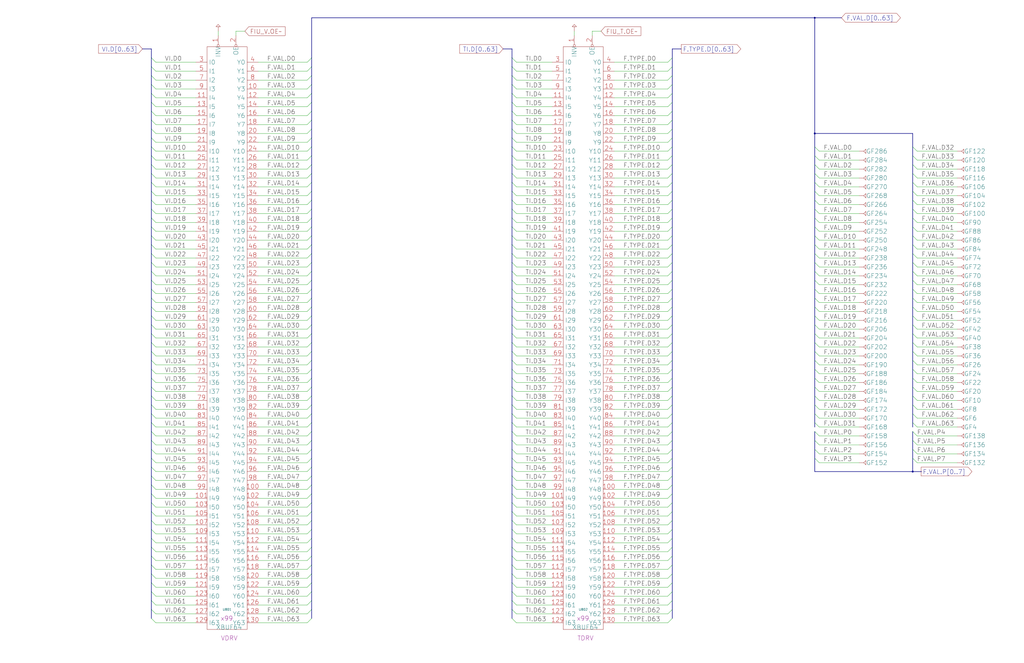
<source format=kicad_sch>
(kicad_sch (version 20220126) (generator eeschema)
  (paper "User" 584.2 378.46)
  (title_block (title "TYPE AND VAL BUS DRIVERS") (date "20-MAR-90") (rev "1.0") (comment 1 "FIU") (comment 2 "232-003065") (comment 3 "S400") (comment 4 "RELEASED"))
  (bus (pts (xy 177.8 10.16) (xy 177.8 33.02)))
  (bus (pts (xy 177.8 104.14) (xy 177.8 109.22)))
  (bus (pts (xy 177.8 109.22) (xy 177.8 114.3)))
  (bus (pts (xy 177.8 114.3) (xy 177.8 119.38)))
  (bus (pts (xy 177.8 119.38) (xy 177.8 124.46)))
  (bus (pts (xy 177.8 124.46) (xy 177.8 129.54)))
  (bus (pts (xy 177.8 129.54) (xy 177.8 134.62)))
  (bus (pts (xy 177.8 134.62) (xy 177.8 139.7)))
  (bus (pts (xy 177.8 139.7) (xy 177.8 144.78)))
  (bus (pts (xy 177.8 144.78) (xy 177.8 149.86)))
  (bus (pts (xy 177.8 149.86) (xy 177.8 154.94)))
  (bus (pts (xy 177.8 154.94) (xy 177.8 160.02)))
  (bus (pts (xy 177.8 160.02) (xy 177.8 165.1)))
  (bus (pts (xy 177.8 165.1) (xy 177.8 170.18)))
  (bus (pts (xy 177.8 170.18) (xy 177.8 175.26)))
  (bus (pts (xy 177.8 175.26) (xy 177.8 180.34)))
  (bus (pts (xy 177.8 180.34) (xy 177.8 185.42)))
  (bus (pts (xy 177.8 185.42) (xy 177.8 190.5)))
  (bus (pts (xy 177.8 190.5) (xy 177.8 195.58)))
  (bus (pts (xy 177.8 195.58) (xy 177.8 200.66)))
  (bus (pts (xy 177.8 200.66) (xy 177.8 205.74)))
  (bus (pts (xy 177.8 205.74) (xy 177.8 210.82)))
  (bus (pts (xy 177.8 210.82) (xy 177.8 215.9)))
  (bus (pts (xy 177.8 215.9) (xy 177.8 220.98)))
  (bus (pts (xy 177.8 220.98) (xy 177.8 226.06)))
  (bus (pts (xy 177.8 226.06) (xy 177.8 231.14)))
  (bus (pts (xy 177.8 231.14) (xy 177.8 236.22)))
  (bus (pts (xy 177.8 236.22) (xy 177.8 241.3)))
  (bus (pts (xy 177.8 241.3) (xy 177.8 246.38)))
  (bus (pts (xy 177.8 246.38) (xy 177.8 251.46)))
  (bus (pts (xy 177.8 251.46) (xy 177.8 256.54)))
  (bus (pts (xy 177.8 256.54) (xy 177.8 261.62)))
  (bus (pts (xy 177.8 261.62) (xy 177.8 266.7)))
  (bus (pts (xy 177.8 266.7) (xy 177.8 271.78)))
  (bus (pts (xy 177.8 271.78) (xy 177.8 276.86)))
  (bus (pts (xy 177.8 276.86) (xy 177.8 281.94)))
  (bus (pts (xy 177.8 281.94) (xy 177.8 287.02)))
  (bus (pts (xy 177.8 287.02) (xy 177.8 292.1)))
  (bus (pts (xy 177.8 292.1) (xy 177.8 297.18)))
  (bus (pts (xy 177.8 297.18) (xy 177.8 302.26)))
  (bus (pts (xy 177.8 302.26) (xy 177.8 307.34)))
  (bus (pts (xy 177.8 307.34) (xy 177.8 312.42)))
  (bus (pts (xy 177.8 312.42) (xy 177.8 317.5)))
  (bus (pts (xy 177.8 317.5) (xy 177.8 322.58)))
  (bus (pts (xy 177.8 322.58) (xy 177.8 327.66)))
  (bus (pts (xy 177.8 327.66) (xy 177.8 332.74)))
  (bus (pts (xy 177.8 33.02) (xy 177.8 38.1)))
  (bus (pts (xy 177.8 332.74) (xy 177.8 337.82)))
  (bus (pts (xy 177.8 337.82) (xy 177.8 342.9)))
  (bus (pts (xy 177.8 342.9) (xy 177.8 347.98)))
  (bus (pts (xy 177.8 347.98) (xy 177.8 353.06)))
  (bus (pts (xy 177.8 38.1) (xy 177.8 43.18)))
  (bus (pts (xy 177.8 43.18) (xy 177.8 48.26)))
  (bus (pts (xy 177.8 48.26) (xy 177.8 53.34)))
  (bus (pts (xy 177.8 53.34) (xy 177.8 58.42)))
  (bus (pts (xy 177.8 58.42) (xy 177.8 63.5)))
  (bus (pts (xy 177.8 63.5) (xy 177.8 68.58)))
  (bus (pts (xy 177.8 68.58) (xy 177.8 73.66)))
  (bus (pts (xy 177.8 73.66) (xy 177.8 78.74)))
  (bus (pts (xy 177.8 78.74) (xy 177.8 83.82)))
  (bus (pts (xy 177.8 83.82) (xy 177.8 88.9)))
  (bus (pts (xy 177.8 88.9) (xy 177.8 93.98)))
  (bus (pts (xy 177.8 93.98) (xy 177.8 99.06)))
  (bus (pts (xy 177.8 99.06) (xy 177.8 104.14)))
  (bus (pts (xy 287.02 27.94) (xy 292.1 27.94)))
  (bus (pts (xy 292.1 104.14) (xy 292.1 109.22)))
  (bus (pts (xy 292.1 109.22) (xy 292.1 114.3)))
  (bus (pts (xy 292.1 114.3) (xy 292.1 119.38)))
  (bus (pts (xy 292.1 119.38) (xy 292.1 124.46)))
  (bus (pts (xy 292.1 124.46) (xy 292.1 129.54)))
  (bus (pts (xy 292.1 129.54) (xy 292.1 134.62)))
  (bus (pts (xy 292.1 134.62) (xy 292.1 139.7)))
  (bus (pts (xy 292.1 139.7) (xy 292.1 144.78)))
  (bus (pts (xy 292.1 144.78) (xy 292.1 149.86)))
  (bus (pts (xy 292.1 149.86) (xy 292.1 154.94)))
  (bus (pts (xy 292.1 154.94) (xy 292.1 160.02)))
  (bus (pts (xy 292.1 160.02) (xy 292.1 165.1)))
  (bus (pts (xy 292.1 165.1) (xy 292.1 170.18)))
  (bus (pts (xy 292.1 170.18) (xy 292.1 175.26)))
  (bus (pts (xy 292.1 175.26) (xy 292.1 180.34)))
  (bus (pts (xy 292.1 180.34) (xy 292.1 185.42)))
  (bus (pts (xy 292.1 185.42) (xy 292.1 190.5)))
  (bus (pts (xy 292.1 190.5) (xy 292.1 195.58)))
  (bus (pts (xy 292.1 195.58) (xy 292.1 200.66)))
  (bus (pts (xy 292.1 200.66) (xy 292.1 205.74)))
  (bus (pts (xy 292.1 205.74) (xy 292.1 210.82)))
  (bus (pts (xy 292.1 210.82) (xy 292.1 215.9)))
  (bus (pts (xy 292.1 215.9) (xy 292.1 220.98)))
  (bus (pts (xy 292.1 220.98) (xy 292.1 226.06)))
  (bus (pts (xy 292.1 226.06) (xy 292.1 231.14)))
  (bus (pts (xy 292.1 231.14) (xy 292.1 236.22)))
  (bus (pts (xy 292.1 236.22) (xy 292.1 241.3)))
  (bus (pts (xy 292.1 241.3) (xy 292.1 246.38)))
  (bus (pts (xy 292.1 246.38) (xy 292.1 251.46)))
  (bus (pts (xy 292.1 251.46) (xy 292.1 256.54)))
  (bus (pts (xy 292.1 256.54) (xy 292.1 261.62)))
  (bus (pts (xy 292.1 261.62) (xy 292.1 266.7)))
  (bus (pts (xy 292.1 266.7) (xy 292.1 271.78)))
  (bus (pts (xy 292.1 27.94) (xy 292.1 33.02)))
  (bus (pts (xy 292.1 271.78) (xy 292.1 276.86)))
  (bus (pts (xy 292.1 276.86) (xy 292.1 281.94)))
  (bus (pts (xy 292.1 281.94) (xy 292.1 287.02)))
  (bus (pts (xy 292.1 287.02) (xy 292.1 292.1)))
  (bus (pts (xy 292.1 292.1) (xy 292.1 297.18)))
  (bus (pts (xy 292.1 297.18) (xy 292.1 302.26)))
  (bus (pts (xy 292.1 302.26) (xy 292.1 307.34)))
  (bus (pts (xy 292.1 307.34) (xy 292.1 312.42)))
  (bus (pts (xy 292.1 312.42) (xy 292.1 317.5)))
  (bus (pts (xy 292.1 317.5) (xy 292.1 322.58)))
  (bus (pts (xy 292.1 322.58) (xy 292.1 327.66)))
  (bus (pts (xy 292.1 327.66) (xy 292.1 332.74)))
  (bus (pts (xy 292.1 33.02) (xy 292.1 38.1)))
  (bus (pts (xy 292.1 332.74) (xy 292.1 337.82)))
  (bus (pts (xy 292.1 337.82) (xy 292.1 342.9)))
  (bus (pts (xy 292.1 342.9) (xy 292.1 347.98)))
  (bus (pts (xy 292.1 347.98) (xy 292.1 353.06)))
  (bus (pts (xy 292.1 38.1) (xy 292.1 43.18)))
  (bus (pts (xy 292.1 43.18) (xy 292.1 48.26)))
  (bus (pts (xy 292.1 48.26) (xy 292.1 53.34)))
  (bus (pts (xy 292.1 53.34) (xy 292.1 58.42)))
  (bus (pts (xy 292.1 58.42) (xy 292.1 63.5)))
  (bus (pts (xy 292.1 63.5) (xy 292.1 68.58)))
  (bus (pts (xy 292.1 68.58) (xy 292.1 73.66)))
  (bus (pts (xy 292.1 73.66) (xy 292.1 78.74)))
  (bus (pts (xy 292.1 78.74) (xy 292.1 83.82)))
  (bus (pts (xy 292.1 83.82) (xy 292.1 88.9)))
  (bus (pts (xy 292.1 88.9) (xy 292.1 93.98)))
  (bus (pts (xy 292.1 93.98) (xy 292.1 99.06)))
  (bus (pts (xy 292.1 99.06) (xy 292.1 104.14)))
  (bus (pts (xy 383.54 104.14) (xy 383.54 109.22)))
  (bus (pts (xy 383.54 109.22) (xy 383.54 114.3)))
  (bus (pts (xy 383.54 114.3) (xy 383.54 119.38)))
  (bus (pts (xy 383.54 119.38) (xy 383.54 124.46)))
  (bus (pts (xy 383.54 124.46) (xy 383.54 129.54)))
  (bus (pts (xy 383.54 129.54) (xy 383.54 134.62)))
  (bus (pts (xy 383.54 134.62) (xy 383.54 139.7)))
  (bus (pts (xy 383.54 139.7) (xy 383.54 144.78)))
  (bus (pts (xy 383.54 144.78) (xy 383.54 149.86)))
  (bus (pts (xy 383.54 149.86) (xy 383.54 154.94)))
  (bus (pts (xy 383.54 154.94) (xy 383.54 160.02)))
  (bus (pts (xy 383.54 160.02) (xy 383.54 165.1)))
  (bus (pts (xy 383.54 165.1) (xy 383.54 170.18)))
  (bus (pts (xy 383.54 170.18) (xy 383.54 175.26)))
  (bus (pts (xy 383.54 175.26) (xy 383.54 180.34)))
  (bus (pts (xy 383.54 180.34) (xy 383.54 185.42)))
  (bus (pts (xy 383.54 185.42) (xy 383.54 190.5)))
  (bus (pts (xy 383.54 190.5) (xy 383.54 195.58)))
  (bus (pts (xy 383.54 195.58) (xy 383.54 200.66)))
  (bus (pts (xy 383.54 200.66) (xy 383.54 205.74)))
  (bus (pts (xy 383.54 205.74) (xy 383.54 210.82)))
  (bus (pts (xy 383.54 210.82) (xy 383.54 215.9)))
  (bus (pts (xy 383.54 215.9) (xy 383.54 220.98)))
  (bus (pts (xy 383.54 220.98) (xy 383.54 226.06)))
  (bus (pts (xy 383.54 226.06) (xy 383.54 231.14)))
  (bus (pts (xy 383.54 231.14) (xy 383.54 236.22)))
  (bus (pts (xy 383.54 236.22) (xy 383.54 241.3)))
  (bus (pts (xy 383.54 241.3) (xy 383.54 246.38)))
  (bus (pts (xy 383.54 246.38) (xy 383.54 251.46)))
  (bus (pts (xy 383.54 251.46) (xy 383.54 256.54)))
  (bus (pts (xy 383.54 256.54) (xy 383.54 261.62)))
  (bus (pts (xy 383.54 261.62) (xy 383.54 266.7)))
  (bus (pts (xy 383.54 266.7) (xy 383.54 271.78)))
  (bus (pts (xy 383.54 27.94) (xy 383.54 33.02)))
  (bus (pts (xy 383.54 271.78) (xy 383.54 276.86)))
  (bus (pts (xy 383.54 276.86) (xy 383.54 281.94)))
  (bus (pts (xy 383.54 281.94) (xy 383.54 287.02)))
  (bus (pts (xy 383.54 287.02) (xy 383.54 292.1)))
  (bus (pts (xy 383.54 292.1) (xy 383.54 297.18)))
  (bus (pts (xy 383.54 297.18) (xy 383.54 302.26)))
  (bus (pts (xy 383.54 302.26) (xy 383.54 307.34)))
  (bus (pts (xy 383.54 307.34) (xy 383.54 312.42)))
  (bus (pts (xy 383.54 312.42) (xy 383.54 317.5)))
  (bus (pts (xy 383.54 317.5) (xy 383.54 322.58)))
  (bus (pts (xy 383.54 322.58) (xy 383.54 327.66)))
  (bus (pts (xy 383.54 327.66) (xy 383.54 332.74)))
  (bus (pts (xy 383.54 33.02) (xy 383.54 38.1)))
  (bus (pts (xy 383.54 332.74) (xy 383.54 337.82)))
  (bus (pts (xy 383.54 337.82) (xy 383.54 342.9)))
  (bus (pts (xy 383.54 342.9) (xy 383.54 347.98)))
  (bus (pts (xy 383.54 347.98) (xy 383.54 353.06)))
  (bus (pts (xy 383.54 38.1) (xy 383.54 43.18)))
  (bus (pts (xy 383.54 43.18) (xy 383.54 48.26)))
  (bus (pts (xy 383.54 48.26) (xy 383.54 53.34)))
  (bus (pts (xy 383.54 53.34) (xy 383.54 58.42)))
  (bus (pts (xy 383.54 58.42) (xy 383.54 63.5)))
  (bus (pts (xy 383.54 63.5) (xy 383.54 68.58)))
  (bus (pts (xy 383.54 68.58) (xy 383.54 73.66)))
  (bus (pts (xy 383.54 73.66) (xy 383.54 78.74)))
  (bus (pts (xy 383.54 78.74) (xy 383.54 83.82)))
  (bus (pts (xy 383.54 83.82) (xy 383.54 88.9)))
  (bus (pts (xy 383.54 88.9) (xy 383.54 93.98)))
  (bus (pts (xy 383.54 93.98) (xy 383.54 99.06)))
  (bus (pts (xy 383.54 99.06) (xy 383.54 104.14)))
  (bus (pts (xy 388.62 27.94) (xy 383.54 27.94)))
  (bus (pts (xy 464.82 10.16) (xy 177.8 10.16)))
  (bus (pts (xy 464.82 10.16) (xy 464.82 76.2)))
  (bus (pts (xy 464.82 10.16) (xy 480.06 10.16)))
  (bus (pts (xy 464.82 104.14) (xy 464.82 109.22)))
  (bus (pts (xy 464.82 109.22) (xy 464.82 114.3)))
  (bus (pts (xy 464.82 114.3) (xy 464.82 119.38)))
  (bus (pts (xy 464.82 119.38) (xy 464.82 124.46)))
  (bus (pts (xy 464.82 124.46) (xy 464.82 129.54)))
  (bus (pts (xy 464.82 129.54) (xy 464.82 134.62)))
  (bus (pts (xy 464.82 134.62) (xy 464.82 139.7)))
  (bus (pts (xy 464.82 139.7) (xy 464.82 144.78)))
  (bus (pts (xy 464.82 144.78) (xy 464.82 149.86)))
  (bus (pts (xy 464.82 149.86) (xy 464.82 154.94)))
  (bus (pts (xy 464.82 154.94) (xy 464.82 160.02)))
  (bus (pts (xy 464.82 160.02) (xy 464.82 165.1)))
  (bus (pts (xy 464.82 165.1) (xy 464.82 170.18)))
  (bus (pts (xy 464.82 170.18) (xy 464.82 175.26)))
  (bus (pts (xy 464.82 175.26) (xy 464.82 180.34)))
  (bus (pts (xy 464.82 180.34) (xy 464.82 185.42)))
  (bus (pts (xy 464.82 185.42) (xy 464.82 190.5)))
  (bus (pts (xy 464.82 190.5) (xy 464.82 195.58)))
  (bus (pts (xy 464.82 195.58) (xy 464.82 200.66)))
  (bus (pts (xy 464.82 200.66) (xy 464.82 205.74)))
  (bus (pts (xy 464.82 205.74) (xy 464.82 210.82)))
  (bus (pts (xy 464.82 210.82) (xy 464.82 215.9)))
  (bus (pts (xy 464.82 215.9) (xy 464.82 220.98)))
  (bus (pts (xy 464.82 220.98) (xy 464.82 226.06)))
  (bus (pts (xy 464.82 226.06) (xy 464.82 231.14)))
  (bus (pts (xy 464.82 231.14) (xy 464.82 236.22)))
  (bus (pts (xy 464.82 236.22) (xy 464.82 241.3)))
  (bus (pts (xy 464.82 241.3) (xy 464.82 243.84)))
  (bus (pts (xy 464.82 246.38) (xy 464.82 251.46)))
  (bus (pts (xy 464.82 251.46) (xy 464.82 256.54)))
  (bus (pts (xy 464.82 256.54) (xy 464.82 261.62)))
  (bus (pts (xy 464.82 261.62) (xy 464.82 269.24)))
  (bus (pts (xy 464.82 269.24) (xy 520.7 269.24)))
  (bus (pts (xy 464.82 76.2) (xy 464.82 83.82)))
  (bus (pts (xy 464.82 83.82) (xy 464.82 88.9)))
  (bus (pts (xy 464.82 88.9) (xy 464.82 93.98)))
  (bus (pts (xy 464.82 93.98) (xy 464.82 99.06)))
  (bus (pts (xy 464.82 99.06) (xy 464.82 104.14)))
  (bus (pts (xy 520.7 104.14) (xy 520.7 109.22)))
  (bus (pts (xy 520.7 109.22) (xy 520.7 114.3)))
  (bus (pts (xy 520.7 114.3) (xy 520.7 119.38)))
  (bus (pts (xy 520.7 119.38) (xy 520.7 124.46)))
  (bus (pts (xy 520.7 124.46) (xy 520.7 129.54)))
  (bus (pts (xy 520.7 129.54) (xy 520.7 134.62)))
  (bus (pts (xy 520.7 134.62) (xy 520.7 139.7)))
  (bus (pts (xy 520.7 139.7) (xy 520.7 144.78)))
  (bus (pts (xy 520.7 144.78) (xy 520.7 149.86)))
  (bus (pts (xy 520.7 149.86) (xy 520.7 154.94)))
  (bus (pts (xy 520.7 154.94) (xy 520.7 160.02)))
  (bus (pts (xy 520.7 160.02) (xy 520.7 165.1)))
  (bus (pts (xy 520.7 165.1) (xy 520.7 170.18)))
  (bus (pts (xy 520.7 170.18) (xy 520.7 175.26)))
  (bus (pts (xy 520.7 175.26) (xy 520.7 180.34)))
  (bus (pts (xy 520.7 180.34) (xy 520.7 185.42)))
  (bus (pts (xy 520.7 185.42) (xy 520.7 190.5)))
  (bus (pts (xy 520.7 190.5) (xy 520.7 195.58)))
  (bus (pts (xy 520.7 195.58) (xy 520.7 200.66)))
  (bus (pts (xy 520.7 200.66) (xy 520.7 205.74)))
  (bus (pts (xy 520.7 205.74) (xy 520.7 210.82)))
  (bus (pts (xy 520.7 210.82) (xy 520.7 215.9)))
  (bus (pts (xy 520.7 215.9) (xy 520.7 220.98)))
  (bus (pts (xy 520.7 220.98) (xy 520.7 226.06)))
  (bus (pts (xy 520.7 226.06) (xy 520.7 231.14)))
  (bus (pts (xy 520.7 231.14) (xy 520.7 236.22)))
  (bus (pts (xy 520.7 236.22) (xy 520.7 241.3)))
  (bus (pts (xy 520.7 241.3) (xy 520.7 243.84)))
  (bus (pts (xy 520.7 246.38) (xy 520.7 251.46)))
  (bus (pts (xy 520.7 251.46) (xy 520.7 256.54)))
  (bus (pts (xy 520.7 256.54) (xy 520.7 261.62)))
  (bus (pts (xy 520.7 261.62) (xy 520.7 269.24)))
  (bus (pts (xy 520.7 269.24) (xy 525.78 269.24)))
  (bus (pts (xy 520.7 76.2) (xy 464.82 76.2)))
  (bus (pts (xy 520.7 76.2) (xy 520.7 83.82)))
  (bus (pts (xy 520.7 83.82) (xy 520.7 88.9)))
  (bus (pts (xy 520.7 88.9) (xy 520.7 93.98)))
  (bus (pts (xy 520.7 93.98) (xy 520.7 99.06)))
  (bus (pts (xy 520.7 99.06) (xy 520.7 104.14)))
  (bus (pts (xy 81.28 27.94) (xy 86.36 27.94)))
  (bus (pts (xy 86.36 104.14) (xy 86.36 109.22)))
  (bus (pts (xy 86.36 109.22) (xy 86.36 114.3)))
  (bus (pts (xy 86.36 114.3) (xy 86.36 119.38)))
  (bus (pts (xy 86.36 119.38) (xy 86.36 124.46)))
  (bus (pts (xy 86.36 124.46) (xy 86.36 129.54)))
  (bus (pts (xy 86.36 129.54) (xy 86.36 134.62)))
  (bus (pts (xy 86.36 134.62) (xy 86.36 139.7)))
  (bus (pts (xy 86.36 139.7) (xy 86.36 144.78)))
  (bus (pts (xy 86.36 144.78) (xy 86.36 149.86)))
  (bus (pts (xy 86.36 149.86) (xy 86.36 154.94)))
  (bus (pts (xy 86.36 154.94) (xy 86.36 160.02)))
  (bus (pts (xy 86.36 160.02) (xy 86.36 165.1)))
  (bus (pts (xy 86.36 165.1) (xy 86.36 170.18)))
  (bus (pts (xy 86.36 170.18) (xy 86.36 175.26)))
  (bus (pts (xy 86.36 175.26) (xy 86.36 180.34)))
  (bus (pts (xy 86.36 180.34) (xy 86.36 185.42)))
  (bus (pts (xy 86.36 185.42) (xy 86.36 190.5)))
  (bus (pts (xy 86.36 190.5) (xy 86.36 195.58)))
  (bus (pts (xy 86.36 195.58) (xy 86.36 200.66)))
  (bus (pts (xy 86.36 200.66) (xy 86.36 205.74)))
  (bus (pts (xy 86.36 205.74) (xy 86.36 210.82)))
  (bus (pts (xy 86.36 210.82) (xy 86.36 215.9)))
  (bus (pts (xy 86.36 215.9) (xy 86.36 220.98)))
  (bus (pts (xy 86.36 220.98) (xy 86.36 226.06)))
  (bus (pts (xy 86.36 226.06) (xy 86.36 231.14)))
  (bus (pts (xy 86.36 231.14) (xy 86.36 236.22)))
  (bus (pts (xy 86.36 236.22) (xy 86.36 241.3)))
  (bus (pts (xy 86.36 241.3) (xy 86.36 246.38)))
  (bus (pts (xy 86.36 246.38) (xy 86.36 251.46)))
  (bus (pts (xy 86.36 251.46) (xy 86.36 256.54)))
  (bus (pts (xy 86.36 256.54) (xy 86.36 261.62)))
  (bus (pts (xy 86.36 261.62) (xy 86.36 266.7)))
  (bus (pts (xy 86.36 266.7) (xy 86.36 271.78)))
  (bus (pts (xy 86.36 27.94) (xy 86.36 33.02)))
  (bus (pts (xy 86.36 271.78) (xy 86.36 276.86)))
  (bus (pts (xy 86.36 276.86) (xy 86.36 281.94)))
  (bus (pts (xy 86.36 281.94) (xy 86.36 287.02)))
  (bus (pts (xy 86.36 287.02) (xy 86.36 292.1)))
  (bus (pts (xy 86.36 292.1) (xy 86.36 297.18)))
  (bus (pts (xy 86.36 297.18) (xy 86.36 302.26)))
  (bus (pts (xy 86.36 302.26) (xy 86.36 307.34)))
  (bus (pts (xy 86.36 307.34) (xy 86.36 312.42)))
  (bus (pts (xy 86.36 312.42) (xy 86.36 317.5)))
  (bus (pts (xy 86.36 317.5) (xy 86.36 322.58)))
  (bus (pts (xy 86.36 322.58) (xy 86.36 327.66)))
  (bus (pts (xy 86.36 327.66) (xy 86.36 332.74)))
  (bus (pts (xy 86.36 33.02) (xy 86.36 38.1)))
  (bus (pts (xy 86.36 332.74) (xy 86.36 337.82)))
  (bus (pts (xy 86.36 337.82) (xy 86.36 342.9)))
  (bus (pts (xy 86.36 342.9) (xy 86.36 347.98)))
  (bus (pts (xy 86.36 347.98) (xy 86.36 353.06)))
  (bus (pts (xy 86.36 38.1) (xy 86.36 43.18)))
  (bus (pts (xy 86.36 43.18) (xy 86.36 48.26)))
  (bus (pts (xy 86.36 48.26) (xy 86.36 53.34)))
  (bus (pts (xy 86.36 53.34) (xy 86.36 58.42)))
  (bus (pts (xy 86.36 58.42) (xy 86.36 63.5)))
  (bus (pts (xy 86.36 63.5) (xy 86.36 68.58)))
  (bus (pts (xy 86.36 68.58) (xy 86.36 73.66)))
  (bus (pts (xy 86.36 73.66) (xy 86.36 78.74)))
  (bus (pts (xy 86.36 78.74) (xy 86.36 83.82)))
  (bus (pts (xy 86.36 83.82) (xy 86.36 88.9)))
  (bus (pts (xy 86.36 88.9) (xy 86.36 93.98)))
  (bus (pts (xy 86.36 93.98) (xy 86.36 99.06)))
  (bus (pts (xy 86.36 99.06) (xy 86.36 104.14)))
  (wire (pts (xy 124.46 17.78) (xy 124.46 20.32)))
  (wire (pts (xy 134.62 17.78) (xy 134.62 20.32)))
  (wire (pts (xy 139.7 17.78) (xy 134.62 17.78)))
  (wire (pts (xy 175.26 101.6) (xy 147.32 101.6)))
  (wire (pts (xy 175.26 106.68) (xy 147.32 106.68)))
  (wire (pts (xy 175.26 111.76) (xy 147.32 111.76)))
  (wire (pts (xy 175.26 116.84) (xy 147.32 116.84)))
  (wire (pts (xy 175.26 121.92) (xy 147.32 121.92)))
  (wire (pts (xy 175.26 127) (xy 147.32 127)))
  (wire (pts (xy 175.26 132.08) (xy 147.32 132.08)))
  (wire (pts (xy 175.26 137.16) (xy 147.32 137.16)))
  (wire (pts (xy 175.26 142.24) (xy 147.32 142.24)))
  (wire (pts (xy 175.26 147.32) (xy 147.32 147.32)))
  (wire (pts (xy 175.26 152.4) (xy 147.32 152.4)))
  (wire (pts (xy 175.26 157.48) (xy 147.32 157.48)))
  (wire (pts (xy 175.26 162.56) (xy 147.32 162.56)))
  (wire (pts (xy 175.26 167.64) (xy 147.32 167.64)))
  (wire (pts (xy 175.26 172.72) (xy 147.32 172.72)))
  (wire (pts (xy 175.26 177.8) (xy 147.32 177.8)))
  (wire (pts (xy 175.26 182.88) (xy 147.32 182.88)))
  (wire (pts (xy 175.26 187.96) (xy 147.32 187.96)))
  (wire (pts (xy 175.26 193.04) (xy 147.32 193.04)))
  (wire (pts (xy 175.26 198.12) (xy 147.32 198.12)))
  (wire (pts (xy 175.26 203.2) (xy 147.32 203.2)))
  (wire (pts (xy 175.26 208.28) (xy 147.32 208.28)))
  (wire (pts (xy 175.26 213.36) (xy 147.32 213.36)))
  (wire (pts (xy 175.26 218.44) (xy 147.32 218.44)))
  (wire (pts (xy 175.26 223.52) (xy 147.32 223.52)))
  (wire (pts (xy 175.26 228.6) (xy 147.32 228.6)))
  (wire (pts (xy 175.26 233.68) (xy 147.32 233.68)))
  (wire (pts (xy 175.26 238.76) (xy 147.32 238.76)))
  (wire (pts (xy 175.26 243.84) (xy 147.32 243.84)))
  (wire (pts (xy 175.26 248.92) (xy 147.32 248.92)))
  (wire (pts (xy 175.26 254) (xy 147.32 254)))
  (wire (pts (xy 175.26 259.08) (xy 147.32 259.08)))
  (wire (pts (xy 175.26 264.16) (xy 147.32 264.16)))
  (wire (pts (xy 175.26 269.24) (xy 147.32 269.24)))
  (wire (pts (xy 175.26 274.32) (xy 147.32 274.32)))
  (wire (pts (xy 175.26 279.4) (xy 147.32 279.4)))
  (wire (pts (xy 175.26 284.48) (xy 147.32 284.48)))
  (wire (pts (xy 175.26 289.56) (xy 147.32 289.56)))
  (wire (pts (xy 175.26 294.64) (xy 147.32 294.64)))
  (wire (pts (xy 175.26 299.72) (xy 147.32 299.72)))
  (wire (pts (xy 175.26 304.8) (xy 147.32 304.8)))
  (wire (pts (xy 175.26 309.88) (xy 147.32 309.88)))
  (wire (pts (xy 175.26 314.96) (xy 147.32 314.96)))
  (wire (pts (xy 175.26 320.04) (xy 147.32 320.04)))
  (wire (pts (xy 175.26 325.12) (xy 147.32 325.12)))
  (wire (pts (xy 175.26 330.2) (xy 147.32 330.2)))
  (wire (pts (xy 175.26 335.28) (xy 147.32 335.28)))
  (wire (pts (xy 175.26 340.36) (xy 147.32 340.36)))
  (wire (pts (xy 175.26 345.44) (xy 147.32 345.44)))
  (wire (pts (xy 175.26 35.56) (xy 147.32 35.56)))
  (wire (pts (xy 175.26 350.52) (xy 147.32 350.52)))
  (wire (pts (xy 175.26 355.6) (xy 147.32 355.6)))
  (wire (pts (xy 175.26 40.64) (xy 147.32 40.64)))
  (wire (pts (xy 175.26 45.72) (xy 147.32 45.72)))
  (wire (pts (xy 175.26 50.8) (xy 147.32 50.8)))
  (wire (pts (xy 175.26 55.88) (xy 147.32 55.88)))
  (wire (pts (xy 175.26 60.96) (xy 147.32 60.96)))
  (wire (pts (xy 175.26 66.04) (xy 147.32 66.04)))
  (wire (pts (xy 175.26 71.12) (xy 147.32 71.12)))
  (wire (pts (xy 175.26 76.2) (xy 147.32 76.2)))
  (wire (pts (xy 175.26 81.28) (xy 147.32 81.28)))
  (wire (pts (xy 175.26 86.36) (xy 147.32 86.36)))
  (wire (pts (xy 175.26 91.44) (xy 147.32 91.44)))
  (wire (pts (xy 175.26 96.52) (xy 147.32 96.52)))
  (wire (pts (xy 294.64 101.6) (xy 314.96 101.6)))
  (wire (pts (xy 294.64 106.68) (xy 314.96 106.68)))
  (wire (pts (xy 294.64 111.76) (xy 314.96 111.76)))
  (wire (pts (xy 294.64 116.84) (xy 314.96 116.84)))
  (wire (pts (xy 294.64 121.92) (xy 314.96 121.92)))
  (wire (pts (xy 294.64 127) (xy 314.96 127)))
  (wire (pts (xy 294.64 132.08) (xy 314.96 132.08)))
  (wire (pts (xy 294.64 137.16) (xy 314.96 137.16)))
  (wire (pts (xy 294.64 142.24) (xy 314.96 142.24)))
  (wire (pts (xy 294.64 147.32) (xy 314.96 147.32)))
  (wire (pts (xy 294.64 152.4) (xy 314.96 152.4)))
  (wire (pts (xy 294.64 157.48) (xy 314.96 157.48)))
  (wire (pts (xy 294.64 162.56) (xy 314.96 162.56)))
  (wire (pts (xy 294.64 167.64) (xy 314.96 167.64)))
  (wire (pts (xy 294.64 172.72) (xy 314.96 172.72)))
  (wire (pts (xy 294.64 177.8) (xy 314.96 177.8)))
  (wire (pts (xy 294.64 182.88) (xy 314.96 182.88)))
  (wire (pts (xy 294.64 187.96) (xy 314.96 187.96)))
  (wire (pts (xy 294.64 193.04) (xy 314.96 193.04)))
  (wire (pts (xy 294.64 198.12) (xy 314.96 198.12)))
  (wire (pts (xy 294.64 203.2) (xy 314.96 203.2)))
  (wire (pts (xy 294.64 208.28) (xy 314.96 208.28)))
  (wire (pts (xy 294.64 213.36) (xy 314.96 213.36)))
  (wire (pts (xy 294.64 218.44) (xy 314.96 218.44)))
  (wire (pts (xy 294.64 223.52) (xy 314.96 223.52)))
  (wire (pts (xy 294.64 228.6) (xy 314.96 228.6)))
  (wire (pts (xy 294.64 233.68) (xy 314.96 233.68)))
  (wire (pts (xy 294.64 238.76) (xy 314.96 238.76)))
  (wire (pts (xy 294.64 243.84) (xy 314.96 243.84)))
  (wire (pts (xy 294.64 248.92) (xy 314.96 248.92)))
  (wire (pts (xy 294.64 254) (xy 314.96 254)))
  (wire (pts (xy 294.64 259.08) (xy 314.96 259.08)))
  (wire (pts (xy 294.64 264.16) (xy 314.96 264.16)))
  (wire (pts (xy 294.64 269.24) (xy 314.96 269.24)))
  (wire (pts (xy 294.64 274.32) (xy 314.96 274.32)))
  (wire (pts (xy 294.64 279.4) (xy 314.96 279.4)))
  (wire (pts (xy 294.64 284.48) (xy 314.96 284.48)))
  (wire (pts (xy 294.64 289.56) (xy 314.96 289.56)))
  (wire (pts (xy 294.64 294.64) (xy 314.96 294.64)))
  (wire (pts (xy 294.64 299.72) (xy 314.96 299.72)))
  (wire (pts (xy 294.64 304.8) (xy 314.96 304.8)))
  (wire (pts (xy 294.64 309.88) (xy 314.96 309.88)))
  (wire (pts (xy 294.64 314.96) (xy 314.96 314.96)))
  (wire (pts (xy 294.64 320.04) (xy 314.96 320.04)))
  (wire (pts (xy 294.64 325.12) (xy 314.96 325.12)))
  (wire (pts (xy 294.64 330.2) (xy 314.96 330.2)))
  (wire (pts (xy 294.64 335.28) (xy 314.96 335.28)))
  (wire (pts (xy 294.64 340.36) (xy 314.96 340.36)))
  (wire (pts (xy 294.64 345.44) (xy 314.96 345.44)))
  (wire (pts (xy 294.64 35.56) (xy 314.96 35.56)))
  (wire (pts (xy 294.64 350.52) (xy 314.96 350.52)))
  (wire (pts (xy 294.64 355.6) (xy 314.96 355.6)))
  (wire (pts (xy 294.64 40.64) (xy 314.96 40.64)))
  (wire (pts (xy 294.64 45.72) (xy 314.96 45.72)))
  (wire (pts (xy 294.64 50.8) (xy 314.96 50.8)))
  (wire (pts (xy 294.64 55.88) (xy 314.96 55.88)))
  (wire (pts (xy 294.64 60.96) (xy 314.96 60.96)))
  (wire (pts (xy 294.64 66.04) (xy 314.96 66.04)))
  (wire (pts (xy 294.64 71.12) (xy 314.96 71.12)))
  (wire (pts (xy 294.64 76.2) (xy 314.96 76.2)))
  (wire (pts (xy 294.64 81.28) (xy 314.96 81.28)))
  (wire (pts (xy 294.64 86.36) (xy 314.96 86.36)))
  (wire (pts (xy 294.64 91.44) (xy 314.96 91.44)))
  (wire (pts (xy 294.64 96.52) (xy 314.96 96.52)))
  (wire (pts (xy 327.66 17.78) (xy 327.66 20.32)))
  (wire (pts (xy 337.82 17.78) (xy 337.82 20.32)))
  (wire (pts (xy 342.9 17.78) (xy 337.82 17.78)))
  (wire (pts (xy 381 101.6) (xy 350.52 101.6)))
  (wire (pts (xy 381 106.68) (xy 350.52 106.68)))
  (wire (pts (xy 381 111.76) (xy 350.52 111.76)))
  (wire (pts (xy 381 116.84) (xy 350.52 116.84)))
  (wire (pts (xy 381 121.92) (xy 350.52 121.92)))
  (wire (pts (xy 381 127) (xy 350.52 127)))
  (wire (pts (xy 381 132.08) (xy 350.52 132.08)))
  (wire (pts (xy 381 137.16) (xy 350.52 137.16)))
  (wire (pts (xy 381 142.24) (xy 350.52 142.24)))
  (wire (pts (xy 381 147.32) (xy 350.52 147.32)))
  (wire (pts (xy 381 152.4) (xy 350.52 152.4)))
  (wire (pts (xy 381 157.48) (xy 350.52 157.48)))
  (wire (pts (xy 381 162.56) (xy 350.52 162.56)))
  (wire (pts (xy 381 167.64) (xy 350.52 167.64)))
  (wire (pts (xy 381 172.72) (xy 350.52 172.72)))
  (wire (pts (xy 381 177.8) (xy 350.52 177.8)))
  (wire (pts (xy 381 182.88) (xy 350.52 182.88)))
  (wire (pts (xy 381 187.96) (xy 350.52 187.96)))
  (wire (pts (xy 381 193.04) (xy 350.52 193.04)))
  (wire (pts (xy 381 198.12) (xy 350.52 198.12)))
  (wire (pts (xy 381 203.2) (xy 350.52 203.2)))
  (wire (pts (xy 381 208.28) (xy 350.52 208.28)))
  (wire (pts (xy 381 213.36) (xy 350.52 213.36)))
  (wire (pts (xy 381 218.44) (xy 350.52 218.44)))
  (wire (pts (xy 381 223.52) (xy 350.52 223.52)))
  (wire (pts (xy 381 228.6) (xy 350.52 228.6)))
  (wire (pts (xy 381 233.68) (xy 350.52 233.68)))
  (wire (pts (xy 381 238.76) (xy 350.52 238.76)))
  (wire (pts (xy 381 243.84) (xy 350.52 243.84)))
  (wire (pts (xy 381 248.92) (xy 350.52 248.92)))
  (wire (pts (xy 381 254) (xy 350.52 254)))
  (wire (pts (xy 381 259.08) (xy 350.52 259.08)))
  (wire (pts (xy 381 264.16) (xy 350.52 264.16)))
  (wire (pts (xy 381 269.24) (xy 350.52 269.24)))
  (wire (pts (xy 381 274.32) (xy 350.52 274.32)))
  (wire (pts (xy 381 279.4) (xy 350.52 279.4)))
  (wire (pts (xy 381 284.48) (xy 350.52 284.48)))
  (wire (pts (xy 381 289.56) (xy 350.52 289.56)))
  (wire (pts (xy 381 294.64) (xy 350.52 294.64)))
  (wire (pts (xy 381 299.72) (xy 350.52 299.72)))
  (wire (pts (xy 381 304.8) (xy 350.52 304.8)))
  (wire (pts (xy 381 309.88) (xy 350.52 309.88)))
  (wire (pts (xy 381 314.96) (xy 350.52 314.96)))
  (wire (pts (xy 381 320.04) (xy 350.52 320.04)))
  (wire (pts (xy 381 325.12) (xy 350.52 325.12)))
  (wire (pts (xy 381 330.2) (xy 350.52 330.2)))
  (wire (pts (xy 381 335.28) (xy 350.52 335.28)))
  (wire (pts (xy 381 340.36) (xy 350.52 340.36)))
  (wire (pts (xy 381 345.44) (xy 350.52 345.44)))
  (wire (pts (xy 381 35.56) (xy 350.52 35.56)))
  (wire (pts (xy 381 350.52) (xy 350.52 350.52)))
  (wire (pts (xy 381 355.6) (xy 350.52 355.6)))
  (wire (pts (xy 381 40.64) (xy 350.52 40.64)))
  (wire (pts (xy 381 45.72) (xy 350.52 45.72)))
  (wire (pts (xy 381 50.8) (xy 350.52 50.8)))
  (wire (pts (xy 381 55.88) (xy 350.52 55.88)))
  (wire (pts (xy 381 60.96) (xy 350.52 60.96)))
  (wire (pts (xy 381 66.04) (xy 350.52 66.04)))
  (wire (pts (xy 381 71.12) (xy 350.52 71.12)))
  (wire (pts (xy 381 76.2) (xy 350.52 76.2)))
  (wire (pts (xy 381 81.28) (xy 350.52 81.28)))
  (wire (pts (xy 381 86.36) (xy 350.52 86.36)))
  (wire (pts (xy 381 91.44) (xy 350.52 91.44)))
  (wire (pts (xy 381 96.52) (xy 350.52 96.52)))
  (wire (pts (xy 467.36 101.6) (xy 490.22 101.6)))
  (wire (pts (xy 467.36 106.68) (xy 490.22 106.68)))
  (wire (pts (xy 467.36 111.76) (xy 490.22 111.76)))
  (wire (pts (xy 467.36 116.84) (xy 490.22 116.84)))
  (wire (pts (xy 467.36 121.92) (xy 490.22 121.92)))
  (wire (pts (xy 467.36 127) (xy 490.22 127)))
  (wire (pts (xy 467.36 132.08) (xy 490.22 132.08)))
  (wire (pts (xy 467.36 137.16) (xy 490.22 137.16)))
  (wire (pts (xy 467.36 142.24) (xy 490.22 142.24)))
  (wire (pts (xy 467.36 147.32) (xy 490.22 147.32)))
  (wire (pts (xy 467.36 152.4) (xy 490.22 152.4)))
  (wire (pts (xy 467.36 157.48) (xy 490.22 157.48)))
  (wire (pts (xy 467.36 162.56) (xy 490.22 162.56)))
  (wire (pts (xy 467.36 167.64) (xy 490.22 167.64)))
  (wire (pts (xy 467.36 172.72) (xy 490.22 172.72)))
  (wire (pts (xy 467.36 177.8) (xy 490.22 177.8)))
  (wire (pts (xy 467.36 182.88) (xy 490.22 182.88)))
  (wire (pts (xy 467.36 187.96) (xy 490.22 187.96)))
  (wire (pts (xy 467.36 193.04) (xy 490.22 193.04)))
  (wire (pts (xy 467.36 198.12) (xy 490.22 198.12)))
  (wire (pts (xy 467.36 203.2) (xy 490.22 203.2)))
  (wire (pts (xy 467.36 208.28) (xy 490.22 208.28)))
  (wire (pts (xy 467.36 213.36) (xy 490.22 213.36)))
  (wire (pts (xy 467.36 218.44) (xy 490.22 218.44)))
  (wire (pts (xy 467.36 223.52) (xy 490.22 223.52)))
  (wire (pts (xy 467.36 228.6) (xy 490.22 228.6)))
  (wire (pts (xy 467.36 233.68) (xy 490.22 233.68)))
  (wire (pts (xy 467.36 238.76) (xy 490.22 238.76)))
  (wire (pts (xy 467.36 243.84) (xy 490.22 243.84)))
  (wire (pts (xy 467.36 248.92) (xy 490.22 248.92)))
  (wire (pts (xy 467.36 254) (xy 490.22 254)))
  (wire (pts (xy 467.36 259.08) (xy 490.22 259.08)))
  (wire (pts (xy 467.36 264.16) (xy 490.22 264.16)))
  (wire (pts (xy 467.36 86.36) (xy 490.22 86.36)))
  (wire (pts (xy 467.36 91.44) (xy 490.22 91.44)))
  (wire (pts (xy 467.36 96.52) (xy 490.22 96.52)))
  (wire (pts (xy 523.24 101.6) (xy 546.1 101.6)))
  (wire (pts (xy 523.24 106.68) (xy 546.1 106.68)))
  (wire (pts (xy 523.24 111.76) (xy 546.1 111.76)))
  (wire (pts (xy 523.24 116.84) (xy 546.1 116.84)))
  (wire (pts (xy 523.24 121.92) (xy 546.1 121.92)))
  (wire (pts (xy 523.24 127) (xy 546.1 127)))
  (wire (pts (xy 523.24 132.08) (xy 546.1 132.08)))
  (wire (pts (xy 523.24 137.16) (xy 546.1 137.16)))
  (wire (pts (xy 523.24 142.24) (xy 546.1 142.24)))
  (wire (pts (xy 523.24 147.32) (xy 546.1 147.32)))
  (wire (pts (xy 523.24 152.4) (xy 546.1 152.4)))
  (wire (pts (xy 523.24 157.48) (xy 546.1 157.48)))
  (wire (pts (xy 523.24 162.56) (xy 546.1 162.56)))
  (wire (pts (xy 523.24 167.64) (xy 546.1 167.64)))
  (wire (pts (xy 523.24 172.72) (xy 546.1 172.72)))
  (wire (pts (xy 523.24 177.8) (xy 546.1 177.8)))
  (wire (pts (xy 523.24 182.88) (xy 546.1 182.88)))
  (wire (pts (xy 523.24 187.96) (xy 546.1 187.96)))
  (wire (pts (xy 523.24 193.04) (xy 546.1 193.04)))
  (wire (pts (xy 523.24 198.12) (xy 546.1 198.12)))
  (wire (pts (xy 523.24 203.2) (xy 546.1 203.2)))
  (wire (pts (xy 523.24 208.28) (xy 546.1 208.28)))
  (wire (pts (xy 523.24 213.36) (xy 546.1 213.36)))
  (wire (pts (xy 523.24 218.44) (xy 546.1 218.44)))
  (wire (pts (xy 523.24 223.52) (xy 546.1 223.52)))
  (wire (pts (xy 523.24 228.6) (xy 546.1 228.6)))
  (wire (pts (xy 523.24 233.68) (xy 546.1 233.68)))
  (wire (pts (xy 523.24 238.76) (xy 546.1 238.76)))
  (wire (pts (xy 523.24 243.84) (xy 546.1 243.84)))
  (wire (pts (xy 523.24 248.92) (xy 546.1 248.92)))
  (wire (pts (xy 523.24 254) (xy 546.1 254)))
  (wire (pts (xy 523.24 259.08) (xy 546.1 259.08)))
  (wire (pts (xy 523.24 264.16) (xy 546.1 264.16)))
  (wire (pts (xy 523.24 86.36) (xy 546.1 86.36)))
  (wire (pts (xy 523.24 91.44) (xy 546.1 91.44)))
  (wire (pts (xy 523.24 96.52) (xy 546.1 96.52)))
  (wire (pts (xy 88.9 101.6) (xy 111.76 101.6)))
  (wire (pts (xy 88.9 106.68) (xy 111.76 106.68)))
  (wire (pts (xy 88.9 111.76) (xy 111.76 111.76)))
  (wire (pts (xy 88.9 116.84) (xy 111.76 116.84)))
  (wire (pts (xy 88.9 121.92) (xy 111.76 121.92)))
  (wire (pts (xy 88.9 127) (xy 111.76 127)))
  (wire (pts (xy 88.9 132.08) (xy 111.76 132.08)))
  (wire (pts (xy 88.9 137.16) (xy 111.76 137.16)))
  (wire (pts (xy 88.9 142.24) (xy 111.76 142.24)))
  (wire (pts (xy 88.9 147.32) (xy 111.76 147.32)))
  (wire (pts (xy 88.9 152.4) (xy 111.76 152.4)))
  (wire (pts (xy 88.9 157.48) (xy 111.76 157.48)))
  (wire (pts (xy 88.9 162.56) (xy 111.76 162.56)))
  (wire (pts (xy 88.9 167.64) (xy 111.76 167.64)))
  (wire (pts (xy 88.9 172.72) (xy 111.76 172.72)))
  (wire (pts (xy 88.9 177.8) (xy 111.76 177.8)))
  (wire (pts (xy 88.9 182.88) (xy 111.76 182.88)))
  (wire (pts (xy 88.9 187.96) (xy 111.76 187.96)))
  (wire (pts (xy 88.9 193.04) (xy 111.76 193.04)))
  (wire (pts (xy 88.9 198.12) (xy 111.76 198.12)))
  (wire (pts (xy 88.9 203.2) (xy 111.76 203.2)))
  (wire (pts (xy 88.9 208.28) (xy 111.76 208.28)))
  (wire (pts (xy 88.9 213.36) (xy 111.76 213.36)))
  (wire (pts (xy 88.9 218.44) (xy 111.76 218.44)))
  (wire (pts (xy 88.9 223.52) (xy 111.76 223.52)))
  (wire (pts (xy 88.9 228.6) (xy 111.76 228.6)))
  (wire (pts (xy 88.9 233.68) (xy 111.76 233.68)))
  (wire (pts (xy 88.9 238.76) (xy 111.76 238.76)))
  (wire (pts (xy 88.9 243.84) (xy 111.76 243.84)))
  (wire (pts (xy 88.9 248.92) (xy 111.76 248.92)))
  (wire (pts (xy 88.9 254) (xy 111.76 254)))
  (wire (pts (xy 88.9 259.08) (xy 111.76 259.08)))
  (wire (pts (xy 88.9 264.16) (xy 111.76 264.16)))
  (wire (pts (xy 88.9 269.24) (xy 111.76 269.24)))
  (wire (pts (xy 88.9 274.32) (xy 111.76 274.32)))
  (wire (pts (xy 88.9 279.4) (xy 111.76 279.4)))
  (wire (pts (xy 88.9 284.48) (xy 111.76 284.48)))
  (wire (pts (xy 88.9 289.56) (xy 111.76 289.56)))
  (wire (pts (xy 88.9 294.64) (xy 111.76 294.64)))
  (wire (pts (xy 88.9 299.72) (xy 111.76 299.72)))
  (wire (pts (xy 88.9 304.8) (xy 111.76 304.8)))
  (wire (pts (xy 88.9 309.88) (xy 111.76 309.88)))
  (wire (pts (xy 88.9 314.96) (xy 111.76 314.96)))
  (wire (pts (xy 88.9 320.04) (xy 111.76 320.04)))
  (wire (pts (xy 88.9 325.12) (xy 111.76 325.12)))
  (wire (pts (xy 88.9 330.2) (xy 111.76 330.2)))
  (wire (pts (xy 88.9 335.28) (xy 111.76 335.28)))
  (wire (pts (xy 88.9 340.36) (xy 111.76 340.36)))
  (wire (pts (xy 88.9 345.44) (xy 111.76 345.44)))
  (wire (pts (xy 88.9 35.56) (xy 111.76 35.56)))
  (wire (pts (xy 88.9 350.52) (xy 111.76 350.52)))
  (wire (pts (xy 88.9 355.6) (xy 111.76 355.6)))
  (wire (pts (xy 88.9 40.64) (xy 111.76 40.64)))
  (wire (pts (xy 88.9 45.72) (xy 111.76 45.72)))
  (wire (pts (xy 88.9 50.8) (xy 111.76 50.8)))
  (wire (pts (xy 88.9 55.88) (xy 111.76 55.88)))
  (wire (pts (xy 88.9 60.96) (xy 111.76 60.96)))
  (wire (pts (xy 88.9 66.04) (xy 111.76 66.04)))
  (wire (pts (xy 88.9 71.12) (xy 111.76 71.12)))
  (wire (pts (xy 88.9 76.2) (xy 111.76 76.2)))
  (wire (pts (xy 88.9 81.28) (xy 111.76 81.28)))
  (wire (pts (xy 88.9 86.36) (xy 111.76 86.36)))
  (wire (pts (xy 88.9 91.44) (xy 111.76 91.44)))
  (wire (pts (xy 88.9 96.52) (xy 111.76 96.52)))
  (global_label "VI.D[0..63]" (shape input) (at 81.28 27.94 180) (effects (font (size 2.54 2.54))) (property "Intersheet References" "${INTERSHEET_REFS}" (at 56.255 27.7813 0) (effects (font (size 2.54 2.54)) (justify right))))
  (bus_entry (at 86.36 33.02) (size 2.54 2.54))
  (bus_entry (at 86.36 38.1) (size 2.54 2.54))
  (bus_entry (at 86.36 43.18) (size 2.54 2.54))
  (bus_entry (at 86.36 48.26) (size 2.54 2.54))
  (bus_entry (at 86.36 53.34) (size 2.54 2.54))
  (bus_entry (at 86.36 58.42) (size 2.54 2.54))
  (bus_entry (at 86.36 63.5) (size 2.54 2.54))
  (bus_entry (at 86.36 68.58) (size 2.54 2.54))
  (bus_entry (at 86.36 73.66) (size 2.54 2.54))
  (bus_entry (at 86.36 78.74) (size 2.54 2.54))
  (bus_entry (at 86.36 83.82) (size 2.54 2.54))
  (bus_entry (at 86.36 88.9) (size 2.54 2.54))
  (bus_entry (at 86.36 93.98) (size 2.54 2.54))
  (bus_entry (at 86.36 99.06) (size 2.54 2.54))
  (bus_entry (at 86.36 104.14) (size 2.54 2.54))
  (bus_entry (at 86.36 109.22) (size 2.54 2.54))
  (bus_entry (at 86.36 114.3) (size 2.54 2.54))
  (bus_entry (at 86.36 119.38) (size 2.54 2.54))
  (bus_entry (at 86.36 124.46) (size 2.54 2.54))
  (bus_entry (at 86.36 129.54) (size 2.54 2.54))
  (bus_entry (at 86.36 134.62) (size 2.54 2.54))
  (bus_entry (at 86.36 139.7) (size 2.54 2.54))
  (bus_entry (at 86.36 144.78) (size 2.54 2.54))
  (bus_entry (at 86.36 149.86) (size 2.54 2.54))
  (bus_entry (at 86.36 154.94) (size 2.54 2.54))
  (bus_entry (at 86.36 160.02) (size 2.54 2.54))
  (bus_entry (at 86.36 165.1) (size 2.54 2.54))
  (bus_entry (at 86.36 170.18) (size 2.54 2.54))
  (bus_entry (at 86.36 175.26) (size 2.54 2.54))
  (bus_entry (at 86.36 180.34) (size 2.54 2.54))
  (bus_entry (at 86.36 185.42) (size 2.54 2.54))
  (bus_entry (at 86.36 190.5) (size 2.54 2.54))
  (bus_entry (at 86.36 195.58) (size 2.54 2.54))
  (bus_entry (at 86.36 200.66) (size 2.54 2.54))
  (bus_entry (at 86.36 205.74) (size 2.54 2.54))
  (bus_entry (at 86.36 210.82) (size 2.54 2.54))
  (bus_entry (at 86.36 215.9) (size 2.54 2.54))
  (bus_entry (at 86.36 220.98) (size 2.54 2.54))
  (bus_entry (at 86.36 226.06) (size 2.54 2.54))
  (bus_entry (at 86.36 231.14) (size 2.54 2.54))
  (bus_entry (at 86.36 236.22) (size 2.54 2.54))
  (bus_entry (at 86.36 241.3) (size 2.54 2.54))
  (bus_entry (at 86.36 246.38) (size 2.54 2.54))
  (bus_entry (at 86.36 251.46) (size 2.54 2.54))
  (bus_entry (at 86.36 256.54) (size 2.54 2.54))
  (bus_entry (at 86.36 261.62) (size 2.54 2.54))
  (bus_entry (at 86.36 266.7) (size 2.54 2.54))
  (bus_entry (at 86.36 271.78) (size 2.54 2.54))
  (bus_entry (at 86.36 276.86) (size 2.54 2.54))
  (bus_entry (at 86.36 281.94) (size 2.54 2.54))
  (bus_entry (at 86.36 287.02) (size 2.54 2.54))
  (bus_entry (at 86.36 292.1) (size 2.54 2.54))
  (bus_entry (at 86.36 297.18) (size 2.54 2.54))
  (bus_entry (at 86.36 302.26) (size 2.54 2.54))
  (bus_entry (at 86.36 307.34) (size 2.54 2.54))
  (bus_entry (at 86.36 312.42) (size 2.54 2.54))
  (bus_entry (at 86.36 317.5) (size 2.54 2.54))
  (bus_entry (at 86.36 322.58) (size 2.54 2.54))
  (bus_entry (at 86.36 327.66) (size 2.54 2.54))
  (bus_entry (at 86.36 332.74) (size 2.54 2.54))
  (bus_entry (at 86.36 337.82) (size 2.54 2.54))
  (bus_entry (at 86.36 342.9) (size 2.54 2.54))
  (bus_entry (at 86.36 347.98) (size 2.54 2.54))
  (bus_entry (at 86.36 353.06) (size 2.54 2.54))
  (label "VI.D0" (at 93.98 35.56 0) (effects (font (size 2.54 2.54))))
  (label "VI.D1" (at 93.98 40.64 0) (effects (font (size 2.54 2.54))))
  (label "VI.D2" (at 93.98 45.72 0) (effects (font (size 2.54 2.54))))
  (label "VI.D3" (at 93.98 50.8 0) (effects (font (size 2.54 2.54))))
  (label "VI.D4" (at 93.98 55.88 0) (effects (font (size 2.54 2.54))))
  (label "VI.D5" (at 93.98 60.96 0) (effects (font (size 2.54 2.54))))
  (label "VI.D6" (at 93.98 66.04 0) (effects (font (size 2.54 2.54))))
  (label "VI.D7" (at 93.98 71.12 0) (effects (font (size 2.54 2.54))))
  (label "VI.D8" (at 93.98 76.2 0) (effects (font (size 2.54 2.54))))
  (label "VI.D9" (at 93.98 81.28 0) (effects (font (size 2.54 2.54))))
  (label "VI.D10" (at 93.98 86.36 0) (effects (font (size 2.54 2.54))))
  (label "VI.D11" (at 93.98 91.44 0) (effects (font (size 2.54 2.54))))
  (label "VI.D12" (at 93.98 96.52 0) (effects (font (size 2.54 2.54))))
  (label "VI.D13" (at 93.98 101.6 0) (effects (font (size 2.54 2.54))))
  (label "VI.D14" (at 93.98 106.68 0) (effects (font (size 2.54 2.54))))
  (label "VI.D15" (at 93.98 111.76 0) (effects (font (size 2.54 2.54))))
  (label "VI.D16" (at 93.98 116.84 0) (effects (font (size 2.54 2.54))))
  (label "VI.D17" (at 93.98 121.92 0) (effects (font (size 2.54 2.54))))
  (label "VI.D18" (at 93.98 127 0) (effects (font (size 2.54 2.54))))
  (label "VI.D19" (at 93.98 132.08 0) (effects (font (size 2.54 2.54))))
  (label "VI.D20" (at 93.98 137.16 0) (effects (font (size 2.54 2.54))))
  (label "VI.D21" (at 93.98 142.24 0) (effects (font (size 2.54 2.54))))
  (label "VI.D22" (at 93.98 147.32 0) (effects (font (size 2.54 2.54))))
  (label "VI.D23" (at 93.98 152.4 0) (effects (font (size 2.54 2.54))))
  (label "VI.D24" (at 93.98 157.48 0) (effects (font (size 2.54 2.54))))
  (label "VI.D25" (at 93.98 162.56 0) (effects (font (size 2.54 2.54))))
  (label "VI.D26" (at 93.98 167.64 0) (effects (font (size 2.54 2.54))))
  (label "VI.D27" (at 93.98 172.72 0) (effects (font (size 2.54 2.54))))
  (label "VI.D28" (at 93.98 177.8 0) (effects (font (size 2.54 2.54))))
  (label "VI.D29" (at 93.98 182.88 0) (effects (font (size 2.54 2.54))))
  (label "VI.D30" (at 93.98 187.96 0) (effects (font (size 2.54 2.54))))
  (label "VI.D31" (at 93.98 193.04 0) (effects (font (size 2.54 2.54))))
  (label "VI.D32" (at 93.98 198.12 0) (effects (font (size 2.54 2.54))))
  (label "VI.D33" (at 93.98 203.2 0) (effects (font (size 2.54 2.54))))
  (label "VI.D34" (at 93.98 208.28 0) (effects (font (size 2.54 2.54))))
  (label "VI.D35" (at 93.98 213.36 0) (effects (font (size 2.54 2.54))))
  (label "VI.D36" (at 93.98 218.44 0) (effects (font (size 2.54 2.54))))
  (label "VI.D37" (at 93.98 223.52 0) (effects (font (size 2.54 2.54))))
  (label "VI.D38" (at 93.98 228.6 0) (effects (font (size 2.54 2.54))))
  (label "VI.D39" (at 93.98 233.68 0) (effects (font (size 2.54 2.54))))
  (label "VI.D40" (at 93.98 238.76 0) (effects (font (size 2.54 2.54))))
  (label "VI.D41" (at 93.98 243.84 0) (effects (font (size 2.54 2.54))))
  (label "VI.D42" (at 93.98 248.92 0) (effects (font (size 2.54 2.54))))
  (label "VI.D43" (at 93.98 254 0) (effects (font (size 2.54 2.54))))
  (label "VI.D44" (at 93.98 259.08 0) (effects (font (size 2.54 2.54))))
  (label "VI.D45" (at 93.98 264.16 0) (effects (font (size 2.54 2.54))))
  (label "VI.D46" (at 93.98 269.24 0) (effects (font (size 2.54 2.54))))
  (label "VI.D47" (at 93.98 274.32 0) (effects (font (size 2.54 2.54))))
  (label "VI.D48" (at 93.98 279.4 0) (effects (font (size 2.54 2.54))))
  (label "VI.D49" (at 93.98 284.48 0) (effects (font (size 2.54 2.54))))
  (label "VI.D50" (at 93.98 289.56 0) (effects (font (size 2.54 2.54))))
  (label "VI.D51" (at 93.98 294.64 0) (effects (font (size 2.54 2.54))))
  (label "VI.D52" (at 93.98 299.72 0) (effects (font (size 2.54 2.54))))
  (label "VI.D53" (at 93.98 304.8 0) (effects (font (size 2.54 2.54))))
  (label "VI.D54" (at 93.98 309.88 0) (effects (font (size 2.54 2.54))))
  (label "VI.D55" (at 93.98 314.96 0) (effects (font (size 2.54 2.54))))
  (label "VI.D56" (at 93.98 320.04 0) (effects (font (size 2.54 2.54))))
  (label "VI.D57" (at 93.98 325.12 0) (effects (font (size 2.54 2.54))))
  (label "VI.D58" (at 93.98 330.2 0) (effects (font (size 2.54 2.54))))
  (label "VI.D59" (at 93.98 335.28 0) (effects (font (size 2.54 2.54))))
  (label "VI.D60" (at 93.98 340.36 0) (effects (font (size 2.54 2.54))))
  (label "VI.D61" (at 93.98 345.44 0) (effects (font (size 2.54 2.54))))
  (label "VI.D62" (at 93.98 350.52 0) (effects (font (size 2.54 2.54))))
  (label "VI.D63" (at 93.98 355.6 0) (effects (font (size 2.54 2.54))))
  (symbol (lib_id "r1000:PU") (at 124.46 17.78 0) (unit 1)
    (property "Reference" "#PWR0801" (effects hide))
    (property "Value" "PU" (effects hide))
  )
  (symbol (lib_id "r1000:XBUF64") (at 127 353.06 0) (unit 1)
    (property "Reference" "U801" (at 129.54 347.98 0))
    (property "Value" "XBUF64" (at 123.19 358.14 0) (effects (font (size 2.54 2.54)) (justify left)))
    (property "Location" "x99" (at 125.73 353.06 0) (effects (font (size 2.54 2.54)) (justify left)))
    (property "Name" "VDRV" (at 130.81 365.76 0) (effects (font (size 2.54 2.54)) (justify bottom)))
  )
  (global_label "FIU_V.OE~" (shape input) (at 139.7 17.78 0) (effects (font (size 2.54 2.54))) (property "Intersheet References" "${INTERSHEET_REFS}" (at 162.6689 17.6213 0) (effects (font (size 2.54 2.54)) (justify left))))
  (label "F.VAL.D0" (at 152.4 35.56 0) (effects (font (size 2.54 2.54))))
  (label "F.VAL.D1" (at 152.4 40.64 0) (effects (font (size 2.54 2.54))))
  (label "F.VAL.D2" (at 152.4 45.72 0) (effects (font (size 2.54 2.54))))
  (label "F.VAL.D3" (at 152.4 50.8 0) (effects (font (size 2.54 2.54))))
  (label "F.VAL.D4" (at 152.4 55.88 0) (effects (font (size 2.54 2.54))))
  (label "F.VAL.D5" (at 152.4 60.96 0) (effects (font (size 2.54 2.54))))
  (label "F.VAL.D6" (at 152.4 66.04 0) (effects (font (size 2.54 2.54))))
  (label "F.VAL.D7" (at 152.4 71.12 0) (effects (font (size 2.54 2.54))))
  (label "F.VAL.D8" (at 152.4 76.2 0) (effects (font (size 2.54 2.54))))
  (label "F.VAL.D9" (at 152.4 81.28 0) (effects (font (size 2.54 2.54))))
  (label "F.VAL.D10" (at 152.4 86.36 0) (effects (font (size 2.54 2.54))))
  (label "F.VAL.D11" (at 152.4 91.44 0) (effects (font (size 2.54 2.54))))
  (label "F.VAL.D12" (at 152.4 96.52 0) (effects (font (size 2.54 2.54))))
  (label "F.VAL.D13" (at 152.4 101.6 0) (effects (font (size 2.54 2.54))))
  (label "F.VAL.D14" (at 152.4 106.68 0) (effects (font (size 2.54 2.54))))
  (label "F.VAL.D15" (at 152.4 111.76 0) (effects (font (size 2.54 2.54))))
  (label "F.VAL.D16" (at 152.4 116.84 0) (effects (font (size 2.54 2.54))))
  (label "F.VAL.D17" (at 152.4 121.92 0) (effects (font (size 2.54 2.54))))
  (label "F.VAL.D18" (at 152.4 127 0) (effects (font (size 2.54 2.54))))
  (label "F.VAL.D19" (at 152.4 132.08 0) (effects (font (size 2.54 2.54))))
  (label "F.VAL.D20" (at 152.4 137.16 0) (effects (font (size 2.54 2.54))))
  (label "F.VAL.D21" (at 152.4 142.24 0) (effects (font (size 2.54 2.54))))
  (label "F.VAL.D22" (at 152.4 147.32 0) (effects (font (size 2.54 2.54))))
  (label "F.VAL.D23" (at 152.4 152.4 0) (effects (font (size 2.54 2.54))))
  (label "F.VAL.D24" (at 152.4 157.48 0) (effects (font (size 2.54 2.54))))
  (label "F.VAL.D25" (at 152.4 162.56 0) (effects (font (size 2.54 2.54))))
  (label "F.VAL.D26" (at 152.4 167.64 0) (effects (font (size 2.54 2.54))))
  (label "F.VAL.D27" (at 152.4 172.72 0) (effects (font (size 2.54 2.54))))
  (label "F.VAL.D28" (at 152.4 177.8 0) (effects (font (size 2.54 2.54))))
  (label "F.VAL.D29" (at 152.4 182.88 0) (effects (font (size 2.54 2.54))))
  (label "F.VAL.D30" (at 152.4 187.96 0) (effects (font (size 2.54 2.54))))
  (label "F.VAL.D31" (at 152.4 193.04 0) (effects (font (size 2.54 2.54))))
  (label "F.VAL.D32" (at 152.4 198.12 0) (effects (font (size 2.54 2.54))))
  (label "F.VAL.D33" (at 152.4 203.2 0) (effects (font (size 2.54 2.54))))
  (label "F.VAL.D34" (at 152.4 208.28 0) (effects (font (size 2.54 2.54))))
  (label "F.VAL.D35" (at 152.4 213.36 0) (effects (font (size 2.54 2.54))))
  (label "F.VAL.D36" (at 152.4 218.44 0) (effects (font (size 2.54 2.54))))
  (label "F.VAL.D37" (at 152.4 223.52 0) (effects (font (size 2.54 2.54))))
  (label "F.VAL.D38" (at 152.4 228.6 0) (effects (font (size 2.54 2.54))))
  (label "F.VAL.D39" (at 152.4 233.68 0) (effects (font (size 2.54 2.54))))
  (label "F.VAL.D40" (at 152.4 238.76 0) (effects (font (size 2.54 2.54))))
  (label "F.VAL.D41" (at 152.4 243.84 0) (effects (font (size 2.54 2.54))))
  (label "F.VAL.D42" (at 152.4 248.92 0) (effects (font (size 2.54 2.54))))
  (label "F.VAL.D43" (at 152.4 254 0) (effects (font (size 2.54 2.54))))
  (label "F.VAL.D44" (at 152.4 259.08 0) (effects (font (size 2.54 2.54))))
  (label "F.VAL.D45" (at 152.4 264.16 0) (effects (font (size 2.54 2.54))))
  (label "F.VAL.D46" (at 152.4 269.24 0) (effects (font (size 2.54 2.54))))
  (label "F.VAL.D47" (at 152.4 274.32 0) (effects (font (size 2.54 2.54))))
  (label "F.VAL.D48" (at 152.4 279.4 0) (effects (font (size 2.54 2.54))))
  (label "F.VAL.D49" (at 152.4 284.48 0) (effects (font (size 2.54 2.54))))
  (label "F.VAL.D50" (at 152.4 289.56 0) (effects (font (size 2.54 2.54))))
  (label "F.VAL.D51" (at 152.4 294.64 0) (effects (font (size 2.54 2.54))))
  (label "F.VAL.D52" (at 152.4 299.72 0) (effects (font (size 2.54 2.54))))
  (label "F.VAL.D53" (at 152.4 304.8 0) (effects (font (size 2.54 2.54))))
  (label "F.VAL.D54" (at 152.4 309.88 0) (effects (font (size 2.54 2.54))))
  (label "F.VAL.D55" (at 152.4 314.96 0) (effects (font (size 2.54 2.54))))
  (label "F.VAL.D56" (at 152.4 320.04 0) (effects (font (size 2.54 2.54))))
  (label "F.VAL.D57" (at 152.4 325.12 0) (effects (font (size 2.54 2.54))))
  (label "F.VAL.D58" (at 152.4 330.2 0) (effects (font (size 2.54 2.54))))
  (label "F.VAL.D59" (at 152.4 335.28 0) (effects (font (size 2.54 2.54))))
  (label "F.VAL.D60" (at 152.4 340.36 0) (effects (font (size 2.54 2.54))))
  (label "F.VAL.D61" (at 152.4 345.44 0) (effects (font (size 2.54 2.54))))
  (label "F.VAL.D62" (at 152.4 350.52 0) (effects (font (size 2.54 2.54))))
  (label "F.VAL.D63" (at 152.4 355.6 0) (effects (font (size 2.54 2.54))))
  (bus_entry (at 177.8 33.02) (size -2.54 2.54))
  (bus_entry (at 177.8 38.1) (size -2.54 2.54))
  (bus_entry (at 177.8 43.18) (size -2.54 2.54))
  (bus_entry (at 177.8 48.26) (size -2.54 2.54))
  (bus_entry (at 177.8 53.34) (size -2.54 2.54))
  (bus_entry (at 177.8 58.42) (size -2.54 2.54))
  (bus_entry (at 177.8 63.5) (size -2.54 2.54))
  (bus_entry (at 177.8 68.58) (size -2.54 2.54))
  (bus_entry (at 177.8 73.66) (size -2.54 2.54))
  (bus_entry (at 177.8 78.74) (size -2.54 2.54))
  (bus_entry (at 177.8 83.82) (size -2.54 2.54))
  (bus_entry (at 177.8 88.9) (size -2.54 2.54))
  (bus_entry (at 177.8 93.98) (size -2.54 2.54))
  (bus_entry (at 177.8 99.06) (size -2.54 2.54))
  (bus_entry (at 177.8 104.14) (size -2.54 2.54))
  (bus_entry (at 177.8 109.22) (size -2.54 2.54))
  (bus_entry (at 177.8 114.3) (size -2.54 2.54))
  (bus_entry (at 177.8 119.38) (size -2.54 2.54))
  (bus_entry (at 177.8 124.46) (size -2.54 2.54))
  (bus_entry (at 177.8 129.54) (size -2.54 2.54))
  (bus_entry (at 177.8 134.62) (size -2.54 2.54))
  (bus_entry (at 177.8 139.7) (size -2.54 2.54))
  (bus_entry (at 177.8 144.78) (size -2.54 2.54))
  (bus_entry (at 177.8 149.86) (size -2.54 2.54))
  (bus_entry (at 177.8 154.94) (size -2.54 2.54))
  (bus_entry (at 177.8 160.02) (size -2.54 2.54))
  (bus_entry (at 177.8 165.1) (size -2.54 2.54))
  (bus_entry (at 177.8 170.18) (size -2.54 2.54))
  (bus_entry (at 177.8 175.26) (size -2.54 2.54))
  (bus_entry (at 177.8 180.34) (size -2.54 2.54))
  (bus_entry (at 177.8 185.42) (size -2.54 2.54))
  (bus_entry (at 177.8 190.5) (size -2.54 2.54))
  (bus_entry (at 177.8 195.58) (size -2.54 2.54))
  (bus_entry (at 177.8 200.66) (size -2.54 2.54))
  (bus_entry (at 177.8 205.74) (size -2.54 2.54))
  (bus_entry (at 177.8 210.82) (size -2.54 2.54))
  (bus_entry (at 177.8 215.9) (size -2.54 2.54))
  (bus_entry (at 177.8 220.98) (size -2.54 2.54))
  (bus_entry (at 177.8 226.06) (size -2.54 2.54))
  (bus_entry (at 177.8 231.14) (size -2.54 2.54))
  (bus_entry (at 177.8 236.22) (size -2.54 2.54))
  (bus_entry (at 177.8 241.3) (size -2.54 2.54))
  (bus_entry (at 177.8 246.38) (size -2.54 2.54))
  (bus_entry (at 177.8 251.46) (size -2.54 2.54))
  (bus_entry (at 177.8 256.54) (size -2.54 2.54))
  (bus_entry (at 177.8 261.62) (size -2.54 2.54))
  (bus_entry (at 177.8 266.7) (size -2.54 2.54))
  (bus_entry (at 177.8 271.78) (size -2.54 2.54))
  (bus_entry (at 177.8 276.86) (size -2.54 2.54))
  (bus_entry (at 177.8 281.94) (size -2.54 2.54))
  (bus_entry (at 177.8 287.02) (size -2.54 2.54))
  (bus_entry (at 177.8 292.1) (size -2.54 2.54))
  (bus_entry (at 177.8 297.18) (size -2.54 2.54))
  (bus_entry (at 177.8 302.26) (size -2.54 2.54))
  (bus_entry (at 177.8 307.34) (size -2.54 2.54))
  (bus_entry (at 177.8 312.42) (size -2.54 2.54))
  (bus_entry (at 177.8 317.5) (size -2.54 2.54))
  (bus_entry (at 177.8 322.58) (size -2.54 2.54))
  (bus_entry (at 177.8 327.66) (size -2.54 2.54))
  (bus_entry (at 177.8 332.74) (size -2.54 2.54))
  (bus_entry (at 177.8 337.82) (size -2.54 2.54))
  (bus_entry (at 177.8 342.9) (size -2.54 2.54))
  (bus_entry (at 177.8 347.98) (size -2.54 2.54))
  (bus_entry (at 177.8 353.06) (size -2.54 2.54))
  (global_label "TI.D[0..63]" (shape input) (at 287.02 27.94 180) (effects (font (size 2.54 2.54))) (property "Intersheet References" "${INTERSHEET_REFS}" (at 262.2369 27.7813 0) (effects (font (size 2.54 2.54)) (justify right))))
  (bus_entry (at 292.1 33.02) (size 2.54 2.54))
  (bus_entry (at 292.1 38.1) (size 2.54 2.54))
  (bus_entry (at 292.1 43.18) (size 2.54 2.54))
  (bus_entry (at 292.1 48.26) (size 2.54 2.54))
  (bus_entry (at 292.1 53.34) (size 2.54 2.54))
  (bus_entry (at 292.1 58.42) (size 2.54 2.54))
  (bus_entry (at 292.1 63.5) (size 2.54 2.54))
  (bus_entry (at 292.1 68.58) (size 2.54 2.54))
  (bus_entry (at 292.1 73.66) (size 2.54 2.54))
  (bus_entry (at 292.1 78.74) (size 2.54 2.54))
  (bus_entry (at 292.1 83.82) (size 2.54 2.54))
  (bus_entry (at 292.1 88.9) (size 2.54 2.54))
  (bus_entry (at 292.1 93.98) (size 2.54 2.54))
  (bus_entry (at 292.1 99.06) (size 2.54 2.54))
  (bus_entry (at 292.1 104.14) (size 2.54 2.54))
  (bus_entry (at 292.1 109.22) (size 2.54 2.54))
  (bus_entry (at 292.1 114.3) (size 2.54 2.54))
  (bus_entry (at 292.1 119.38) (size 2.54 2.54))
  (bus_entry (at 292.1 124.46) (size 2.54 2.54))
  (bus_entry (at 292.1 129.54) (size 2.54 2.54))
  (bus_entry (at 292.1 134.62) (size 2.54 2.54))
  (bus_entry (at 292.1 139.7) (size 2.54 2.54))
  (bus_entry (at 292.1 144.78) (size 2.54 2.54))
  (bus_entry (at 292.1 149.86) (size 2.54 2.54))
  (bus_entry (at 292.1 154.94) (size 2.54 2.54))
  (bus_entry (at 292.1 160.02) (size 2.54 2.54))
  (bus_entry (at 292.1 165.1) (size 2.54 2.54))
  (bus_entry (at 292.1 170.18) (size 2.54 2.54))
  (bus_entry (at 292.1 175.26) (size 2.54 2.54))
  (bus_entry (at 292.1 180.34) (size 2.54 2.54))
  (bus_entry (at 292.1 185.42) (size 2.54 2.54))
  (bus_entry (at 292.1 190.5) (size 2.54 2.54))
  (bus_entry (at 292.1 195.58) (size 2.54 2.54))
  (bus_entry (at 292.1 200.66) (size 2.54 2.54))
  (bus_entry (at 292.1 205.74) (size 2.54 2.54))
  (bus_entry (at 292.1 210.82) (size 2.54 2.54))
  (bus_entry (at 292.1 215.9) (size 2.54 2.54))
  (bus_entry (at 292.1 220.98) (size 2.54 2.54))
  (bus_entry (at 292.1 226.06) (size 2.54 2.54))
  (bus_entry (at 292.1 231.14) (size 2.54 2.54))
  (bus_entry (at 292.1 236.22) (size 2.54 2.54))
  (bus_entry (at 292.1 241.3) (size 2.54 2.54))
  (bus_entry (at 292.1 246.38) (size 2.54 2.54))
  (bus_entry (at 292.1 251.46) (size 2.54 2.54))
  (bus_entry (at 292.1 256.54) (size 2.54 2.54))
  (bus_entry (at 292.1 261.62) (size 2.54 2.54))
  (bus_entry (at 292.1 266.7) (size 2.54 2.54))
  (bus_entry (at 292.1 271.78) (size 2.54 2.54))
  (bus_entry (at 292.1 276.86) (size 2.54 2.54))
  (bus_entry (at 292.1 281.94) (size 2.54 2.54))
  (bus_entry (at 292.1 287.02) (size 2.54 2.54))
  (bus_entry (at 292.1 292.1) (size 2.54 2.54))
  (bus_entry (at 292.1 297.18) (size 2.54 2.54))
  (bus_entry (at 292.1 302.26) (size 2.54 2.54))
  (bus_entry (at 292.1 307.34) (size 2.54 2.54))
  (bus_entry (at 292.1 312.42) (size 2.54 2.54))
  (bus_entry (at 292.1 317.5) (size 2.54 2.54))
  (bus_entry (at 292.1 322.58) (size 2.54 2.54))
  (bus_entry (at 292.1 327.66) (size 2.54 2.54))
  (bus_entry (at 292.1 332.74) (size 2.54 2.54))
  (bus_entry (at 292.1 337.82) (size 2.54 2.54))
  (bus_entry (at 292.1 342.9) (size 2.54 2.54))
  (bus_entry (at 292.1 347.98) (size 2.54 2.54))
  (bus_entry (at 292.1 353.06) (size 2.54 2.54))
  (label "TI.D0" (at 299.72 35.56 0) (effects (font (size 2.54 2.54))))
  (label "TI.D1" (at 299.72 40.64 0) (effects (font (size 2.54 2.54))))
  (label "TI.D2" (at 299.72 45.72 0) (effects (font (size 2.54 2.54))))
  (label "TI.D3" (at 299.72 50.8 0) (effects (font (size 2.54 2.54))))
  (label "TI.D4" (at 299.72 55.88 0) (effects (font (size 2.54 2.54))))
  (label "TI.D5" (at 299.72 60.96 0) (effects (font (size 2.54 2.54))))
  (label "TI.D6" (at 299.72 66.04 0) (effects (font (size 2.54 2.54))))
  (label "TI.D7" (at 299.72 71.12 0) (effects (font (size 2.54 2.54))))
  (label "TI.D8" (at 299.72 76.2 0) (effects (font (size 2.54 2.54))))
  (label "TI.D9" (at 299.72 81.28 0) (effects (font (size 2.54 2.54))))
  (label "TI.D10" (at 299.72 86.36 0) (effects (font (size 2.54 2.54))))
  (label "TI.D11" (at 299.72 91.44 0) (effects (font (size 2.54 2.54))))
  (label "TI.D12" (at 299.72 96.52 0) (effects (font (size 2.54 2.54))))
  (label "TI.D13" (at 299.72 101.6 0) (effects (font (size 2.54 2.54))))
  (label "TI.D14" (at 299.72 106.68 0) (effects (font (size 2.54 2.54))))
  (label "TI.D15" (at 299.72 111.76 0) (effects (font (size 2.54 2.54))))
  (label "TI.D16" (at 299.72 116.84 0) (effects (font (size 2.54 2.54))))
  (label "TI.D17" (at 299.72 121.92 0) (effects (font (size 2.54 2.54))))
  (label "TI.D18" (at 299.72 127 0) (effects (font (size 2.54 2.54))))
  (label "TI.D19" (at 299.72 132.08 0) (effects (font (size 2.54 2.54))))
  (label "TI.D20" (at 299.72 137.16 0) (effects (font (size 2.54 2.54))))
  (label "TI.D21" (at 299.72 142.24 0) (effects (font (size 2.54 2.54))))
  (label "TI.D22" (at 299.72 147.32 0) (effects (font (size 2.54 2.54))))
  (label "TI.D23" (at 299.72 152.4 0) (effects (font (size 2.54 2.54))))
  (label "TI.D24" (at 299.72 157.48 0) (effects (font (size 2.54 2.54))))
  (label "TI.D25" (at 299.72 162.56 0) (effects (font (size 2.54 2.54))))
  (label "TI.D26" (at 299.72 167.64 0) (effects (font (size 2.54 2.54))))
  (label "TI.D27" (at 299.72 172.72 0) (effects (font (size 2.54 2.54))))
  (label "TI.D28" (at 299.72 177.8 0) (effects (font (size 2.54 2.54))))
  (label "TI.D29" (at 299.72 182.88 0) (effects (font (size 2.54 2.54))))
  (label "TI.D30" (at 299.72 187.96 0) (effects (font (size 2.54 2.54))))
  (label "TI.D31" (at 299.72 193.04 0) (effects (font (size 2.54 2.54))))
  (label "TI.D32" (at 299.72 198.12 0) (effects (font (size 2.54 2.54))))
  (label "TI.D33" (at 299.72 203.2 0) (effects (font (size 2.54 2.54))))
  (label "TI.D34" (at 299.72 208.28 0) (effects (font (size 2.54 2.54))))
  (label "TI.D35" (at 299.72 213.36 0) (effects (font (size 2.54 2.54))))
  (label "TI.D36" (at 299.72 218.44 0) (effects (font (size 2.54 2.54))))
  (label "TI.D37" (at 299.72 223.52 0) (effects (font (size 2.54 2.54))))
  (label "TI.D38" (at 299.72 228.6 0) (effects (font (size 2.54 2.54))))
  (label "TI.D39" (at 299.72 233.68 0) (effects (font (size 2.54 2.54))))
  (label "TI.D40" (at 299.72 238.76 0) (effects (font (size 2.54 2.54))))
  (label "TI.D41" (at 299.72 243.84 0) (effects (font (size 2.54 2.54))))
  (label "TI.D42" (at 299.72 248.92 0) (effects (font (size 2.54 2.54))))
  (label "TI.D43" (at 299.72 254 0) (effects (font (size 2.54 2.54))))
  (label "TI.D44" (at 299.72 259.08 0) (effects (font (size 2.54 2.54))))
  (label "TI.D45" (at 299.72 264.16 0) (effects (font (size 2.54 2.54))))
  (label "TI.D46" (at 299.72 269.24 0) (effects (font (size 2.54 2.54))))
  (label "TI.D47" (at 299.72 274.32 0) (effects (font (size 2.54 2.54))))
  (label "TI.D48" (at 299.72 279.4 0) (effects (font (size 2.54 2.54))))
  (label "TI.D49" (at 299.72 284.48 0) (effects (font (size 2.54 2.54))))
  (label "TI.D50" (at 299.72 289.56 0) (effects (font (size 2.54 2.54))))
  (label "TI.D51" (at 299.72 294.64 0) (effects (font (size 2.54 2.54))))
  (label "TI.D52" (at 299.72 299.72 0) (effects (font (size 2.54 2.54))))
  (label "TI.D53" (at 299.72 304.8 0) (effects (font (size 2.54 2.54))))
  (label "TI.D54" (at 299.72 309.88 0) (effects (font (size 2.54 2.54))))
  (label "TI.D55" (at 299.72 314.96 0) (effects (font (size 2.54 2.54))))
  (label "TI.D56" (at 299.72 320.04 0) (effects (font (size 2.54 2.54))))
  (label "TI.D57" (at 299.72 325.12 0) (effects (font (size 2.54 2.54))))
  (label "TI.D58" (at 299.72 330.2 0) (effects (font (size 2.54 2.54))))
  (label "TI.D59" (at 299.72 335.28 0) (effects (font (size 2.54 2.54))))
  (label "TI.D60" (at 299.72 340.36 0) (effects (font (size 2.54 2.54))))
  (label "TI.D61" (at 299.72 345.44 0) (effects (font (size 2.54 2.54))))
  (label "TI.D62" (at 299.72 350.52 0) (effects (font (size 2.54 2.54))))
  (label "TI.D63" (at 299.72 355.6 0) (effects (font (size 2.54 2.54))))
  (symbol (lib_id "r1000:PU") (at 327.66 17.78 0) (unit 1)
    (property "Reference" "#PWR0802" (effects hide))
    (property "Value" "PU" (effects hide))
  )
  (symbol (lib_id "r1000:XBUF64") (at 330.2 353.06 0) (unit 1)
    (property "Reference" "U802" (at 332.74 347.98 0))
    (property "Value" "XBUF64" (at 326.39 358.14 0) (effects (font (size 2.54 2.54)) (justify left)))
    (property "Location" "x99" (at 328.93 353.06 0) (effects (font (size 2.54 2.54)) (justify left)))
    (property "Name" "TDRV" (at 334.01 365.76 0) (effects (font (size 2.54 2.54)) (justify bottom)))
  )
  (global_label "FIU_T.OE~" (shape input) (at 342.9 17.78 0) (effects (font (size 2.54 2.54))) (property "Intersheet References" "${INTERSHEET_REFS}" (at 365.627 17.6213 0) (effects (font (size 2.54 2.54)) (justify left))))
  (label "F.TYPE.D0" (at 355.6 35.56 0) (effects (font (size 2.54 2.54))))
  (label "F.TYPE.D1" (at 355.6 40.64 0) (effects (font (size 2.54 2.54))))
  (label "F.TYPE.D2" (at 355.6 45.72 0) (effects (font (size 2.54 2.54))))
  (label "F.TYPE.D3" (at 355.6 50.8 0) (effects (font (size 2.54 2.54))))
  (label "F.TYPE.D4" (at 355.6 55.88 0) (effects (font (size 2.54 2.54))))
  (label "F.TYPE.D5" (at 355.6 60.96 0) (effects (font (size 2.54 2.54))))
  (label "F.TYPE.D6" (at 355.6 66.04 0) (effects (font (size 2.54 2.54))))
  (label "F.TYPE.D7" (at 355.6 71.12 0) (effects (font (size 2.54 2.54))))
  (label "F.TYPE.D8" (at 355.6 76.2 0) (effects (font (size 2.54 2.54))))
  (label "F.TYPE.D9" (at 355.6 81.28 0) (effects (font (size 2.54 2.54))))
  (label "F.TYPE.D10" (at 355.6 86.36 0) (effects (font (size 2.54 2.54))))
  (label "F.TYPE.D11" (at 355.6 91.44 0) (effects (font (size 2.54 2.54))))
  (label "F.TYPE.D12" (at 355.6 96.52 0) (effects (font (size 2.54 2.54))))
  (label "F.TYPE.D13" (at 355.6 101.6 0) (effects (font (size 2.54 2.54))))
  (label "F.TYPE.D14" (at 355.6 106.68 0) (effects (font (size 2.54 2.54))))
  (label "F.TYPE.D15" (at 355.6 111.76 0) (effects (font (size 2.54 2.54))))
  (label "F.TYPE.D16" (at 355.6 116.84 0) (effects (font (size 2.54 2.54))))
  (label "F.TYPE.D17" (at 355.6 121.92 0) (effects (font (size 2.54 2.54))))
  (label "F.TYPE.D18" (at 355.6 127 0) (effects (font (size 2.54 2.54))))
  (label "F.TYPE.D19" (at 355.6 132.08 0) (effects (font (size 2.54 2.54))))
  (label "F.TYPE.D20" (at 355.6 137.16 0) (effects (font (size 2.54 2.54))))
  (label "F.TYPE.D21" (at 355.6 142.24 0) (effects (font (size 2.54 2.54))))
  (label "F.TYPE.D22" (at 355.6 147.32 0) (effects (font (size 2.54 2.54))))
  (label "F.TYPE.D23" (at 355.6 152.4 0) (effects (font (size 2.54 2.54))))
  (label "F.TYPE.D24" (at 355.6 157.48 0) (effects (font (size 2.54 2.54))))
  (label "F.TYPE.D25" (at 355.6 162.56 0) (effects (font (size 2.54 2.54))))
  (label "F.TYPE.D26" (at 355.6 167.64 0) (effects (font (size 2.54 2.54))))
  (label "F.TYPE.D27" (at 355.6 172.72 0) (effects (font (size 2.54 2.54))))
  (label "F.TYPE.D28" (at 355.6 177.8 0) (effects (font (size 2.54 2.54))))
  (label "F.TYPE.D29" (at 355.6 182.88 0) (effects (font (size 2.54 2.54))))
  (label "F.TYPE.D30" (at 355.6 187.96 0) (effects (font (size 2.54 2.54))))
  (label "F.TYPE.D31" (at 355.6 193.04 0) (effects (font (size 2.54 2.54))))
  (label "F.TYPE.D32" (at 355.6 198.12 0) (effects (font (size 2.54 2.54))))
  (label "F.TYPE.D33" (at 355.6 203.2 0) (effects (font (size 2.54 2.54))))
  (label "F.TYPE.D34" (at 355.6 208.28 0) (effects (font (size 2.54 2.54))))
  (label "F.TYPE.D35" (at 355.6 213.36 0) (effects (font (size 2.54 2.54))))
  (label "F.TYPE.D36" (at 355.6 218.44 0) (effects (font (size 2.54 2.54))))
  (label "F.TYPE.D37" (at 355.6 223.52 0) (effects (font (size 2.54 2.54))))
  (label "F.TYPE.D38" (at 355.6 228.6 0) (effects (font (size 2.54 2.54))))
  (label "F.TYPE.D39" (at 355.6 233.68 0) (effects (font (size 2.54 2.54))))
  (label "F.TYPE.D40" (at 355.6 238.76 0) (effects (font (size 2.54 2.54))))
  (label "F.TYPE.D41" (at 355.6 243.84 0) (effects (font (size 2.54 2.54))))
  (label "F.TYPE.D42" (at 355.6 248.92 0) (effects (font (size 2.54 2.54))))
  (label "F.TYPE.D43" (at 355.6 254 0) (effects (font (size 2.54 2.54))))
  (label "F.TYPE.D44" (at 355.6 259.08 0) (effects (font (size 2.54 2.54))))
  (label "F.TYPE.D45" (at 355.6 264.16 0) (effects (font (size 2.54 2.54))))
  (label "F.TYPE.D46" (at 355.6 269.24 0) (effects (font (size 2.54 2.54))))
  (label "F.TYPE.D47" (at 355.6 274.32 0) (effects (font (size 2.54 2.54))))
  (label "F.TYPE.D48" (at 355.6 279.4 0) (effects (font (size 2.54 2.54))))
  (label "F.TYPE.D49" (at 355.6 284.48 0) (effects (font (size 2.54 2.54))))
  (label "F.TYPE.D50" (at 355.6 289.56 0) (effects (font (size 2.54 2.54))))
  (label "F.TYPE.D51" (at 355.6 294.64 0) (effects (font (size 2.54 2.54))))
  (label "F.TYPE.D52" (at 355.6 299.72 0) (effects (font (size 2.54 2.54))))
  (label "F.TYPE.D53" (at 355.6 304.8 0) (effects (font (size 2.54 2.54))))
  (label "F.TYPE.D54" (at 355.6 309.88 0) (effects (font (size 2.54 2.54))))
  (label "F.TYPE.D55" (at 355.6 314.96 0) (effects (font (size 2.54 2.54))))
  (label "F.TYPE.D56" (at 355.6 320.04 0) (effects (font (size 2.54 2.54))))
  (label "F.TYPE.D57" (at 355.6 325.12 0) (effects (font (size 2.54 2.54))))
  (label "F.TYPE.D58" (at 355.6 330.2 0) (effects (font (size 2.54 2.54))))
  (label "F.TYPE.D59" (at 355.6 335.28 0) (effects (font (size 2.54 2.54))))
  (label "F.TYPE.D60" (at 355.6 340.36 0) (effects (font (size 2.54 2.54))))
  (label "F.TYPE.D61" (at 355.6 345.44 0) (effects (font (size 2.54 2.54))))
  (label "F.TYPE.D62" (at 355.6 350.52 0) (effects (font (size 2.54 2.54))))
  (label "F.TYPE.D63" (at 355.6 355.6 0) (effects (font (size 2.54 2.54))))
  (bus_entry (at 383.54 33.02) (size -2.54 2.54))
  (bus_entry (at 383.54 38.1) (size -2.54 2.54))
  (bus_entry (at 383.54 43.18) (size -2.54 2.54))
  (bus_entry (at 383.54 48.26) (size -2.54 2.54))
  (bus_entry (at 383.54 53.34) (size -2.54 2.54))
  (bus_entry (at 383.54 58.42) (size -2.54 2.54))
  (bus_entry (at 383.54 63.5) (size -2.54 2.54))
  (bus_entry (at 383.54 68.58) (size -2.54 2.54))
  (bus_entry (at 383.54 73.66) (size -2.54 2.54))
  (bus_entry (at 383.54 78.74) (size -2.54 2.54))
  (bus_entry (at 383.54 83.82) (size -2.54 2.54))
  (bus_entry (at 383.54 88.9) (size -2.54 2.54))
  (bus_entry (at 383.54 93.98) (size -2.54 2.54))
  (bus_entry (at 383.54 99.06) (size -2.54 2.54))
  (bus_entry (at 383.54 104.14) (size -2.54 2.54))
  (bus_entry (at 383.54 109.22) (size -2.54 2.54))
  (bus_entry (at 383.54 114.3) (size -2.54 2.54))
  (bus_entry (at 383.54 119.38) (size -2.54 2.54))
  (bus_entry (at 383.54 124.46) (size -2.54 2.54))
  (bus_entry (at 383.54 129.54) (size -2.54 2.54))
  (bus_entry (at 383.54 134.62) (size -2.54 2.54))
  (bus_entry (at 383.54 139.7) (size -2.54 2.54))
  (bus_entry (at 383.54 144.78) (size -2.54 2.54))
  (bus_entry (at 383.54 149.86) (size -2.54 2.54))
  (bus_entry (at 383.54 154.94) (size -2.54 2.54))
  (bus_entry (at 383.54 160.02) (size -2.54 2.54))
  (bus_entry (at 383.54 165.1) (size -2.54 2.54))
  (bus_entry (at 383.54 170.18) (size -2.54 2.54))
  (bus_entry (at 383.54 175.26) (size -2.54 2.54))
  (bus_entry (at 383.54 180.34) (size -2.54 2.54))
  (bus_entry (at 383.54 185.42) (size -2.54 2.54))
  (bus_entry (at 383.54 190.5) (size -2.54 2.54))
  (bus_entry (at 383.54 195.58) (size -2.54 2.54))
  (bus_entry (at 383.54 200.66) (size -2.54 2.54))
  (bus_entry (at 383.54 205.74) (size -2.54 2.54))
  (bus_entry (at 383.54 210.82) (size -2.54 2.54))
  (bus_entry (at 383.54 215.9) (size -2.54 2.54))
  (bus_entry (at 383.54 220.98) (size -2.54 2.54))
  (bus_entry (at 383.54 226.06) (size -2.54 2.54))
  (bus_entry (at 383.54 231.14) (size -2.54 2.54))
  (bus_entry (at 383.54 236.22) (size -2.54 2.54))
  (bus_entry (at 383.54 241.3) (size -2.54 2.54))
  (bus_entry (at 383.54 246.38) (size -2.54 2.54))
  (bus_entry (at 383.54 251.46) (size -2.54 2.54))
  (bus_entry (at 383.54 256.54) (size -2.54 2.54))
  (bus_entry (at 383.54 261.62) (size -2.54 2.54))
  (bus_entry (at 383.54 266.7) (size -2.54 2.54))
  (bus_entry (at 383.54 271.78) (size -2.54 2.54))
  (bus_entry (at 383.54 276.86) (size -2.54 2.54))
  (bus_entry (at 383.54 281.94) (size -2.54 2.54))
  (bus_entry (at 383.54 287.02) (size -2.54 2.54))
  (bus_entry (at 383.54 292.1) (size -2.54 2.54))
  (bus_entry (at 383.54 297.18) (size -2.54 2.54))
  (bus_entry (at 383.54 302.26) (size -2.54 2.54))
  (bus_entry (at 383.54 307.34) (size -2.54 2.54))
  (bus_entry (at 383.54 312.42) (size -2.54 2.54))
  (bus_entry (at 383.54 317.5) (size -2.54 2.54))
  (bus_entry (at 383.54 322.58) (size -2.54 2.54))
  (bus_entry (at 383.54 327.66) (size -2.54 2.54))
  (bus_entry (at 383.54 332.74) (size -2.54 2.54))
  (bus_entry (at 383.54 337.82) (size -2.54 2.54))
  (bus_entry (at 383.54 342.9) (size -2.54 2.54))
  (bus_entry (at 383.54 347.98) (size -2.54 2.54))
  (bus_entry (at 383.54 353.06) (size -2.54 2.54))
  (global_label "F.TYPE.D[0..63]" (shape output) (at 388.62 27.94 0) (effects (font (size 2.54 2.54))) (property "Intersheet References" "${INTERSHEET_REFS}" (at 422.5955 27.7813 0) (effects (font (size 2.54 2.54)) (justify left))))
  (junction (at 464.82 10.16))
  (junction (at 464.82 76.2))
  (bus_entry (at 464.82 83.82) (size 2.54 2.54))
  (bus_entry (at 464.82 88.9) (size 2.54 2.54))
  (bus_entry (at 464.82 93.98) (size 2.54 2.54))
  (bus_entry (at 464.82 99.06) (size 2.54 2.54))
  (bus_entry (at 464.82 104.14) (size 2.54 2.54))
  (bus_entry (at 464.82 109.22) (size 2.54 2.54))
  (bus_entry (at 464.82 114.3) (size 2.54 2.54))
  (bus_entry (at 464.82 119.38) (size 2.54 2.54))
  (bus_entry (at 464.82 124.46) (size 2.54 2.54))
  (bus_entry (at 464.82 129.54) (size 2.54 2.54))
  (bus_entry (at 464.82 134.62) (size 2.54 2.54))
  (bus_entry (at 464.82 139.7) (size 2.54 2.54))
  (bus_entry (at 464.82 144.78) (size 2.54 2.54))
  (bus_entry (at 464.82 149.86) (size 2.54 2.54))
  (bus_entry (at 464.82 154.94) (size 2.54 2.54))
  (bus_entry (at 464.82 160.02) (size 2.54 2.54))
  (bus_entry (at 464.82 165.1) (size 2.54 2.54))
  (bus_entry (at 464.82 170.18) (size 2.54 2.54))
  (bus_entry (at 464.82 175.26) (size 2.54 2.54))
  (bus_entry (at 464.82 180.34) (size 2.54 2.54))
  (bus_entry (at 464.82 185.42) (size 2.54 2.54))
  (bus_entry (at 464.82 190.5) (size 2.54 2.54))
  (bus_entry (at 464.82 195.58) (size 2.54 2.54))
  (bus_entry (at 464.82 200.66) (size 2.54 2.54))
  (bus_entry (at 464.82 205.74) (size 2.54 2.54))
  (bus_entry (at 464.82 210.82) (size 2.54 2.54))
  (bus_entry (at 464.82 215.9) (size 2.54 2.54))
  (bus_entry (at 464.82 220.98) (size 2.54 2.54))
  (bus_entry (at 464.82 226.06) (size 2.54 2.54))
  (bus_entry (at 464.82 231.14) (size 2.54 2.54))
  (bus_entry (at 464.82 236.22) (size 2.54 2.54))
  (bus_entry (at 464.82 241.3) (size 2.54 2.54))
  (bus_entry (at 464.82 246.38) (size 2.54 2.54))
  (bus_entry (at 464.82 251.46) (size 2.54 2.54))
  (bus_entry (at 464.82 256.54) (size 2.54 2.54))
  (bus_entry (at 464.82 261.62) (size 2.54 2.54))
  (label "F.VAL.D0" (at 469.9 86.36 0) (effects (font (size 2.54 2.54))))
  (label "F.VAL.D1" (at 469.9 91.44 0) (effects (font (size 2.54 2.54))))
  (label "F.VAL.D2" (at 469.9 96.52 0) (effects (font (size 2.54 2.54))))
  (label "F.VAL.D3" (at 469.9 101.6 0) (effects (font (size 2.54 2.54))))
  (label "F.VAL.D4" (at 469.9 106.68 0) (effects (font (size 2.54 2.54))))
  (label "F.VAL.D5" (at 469.9 111.76 0) (effects (font (size 2.54 2.54))))
  (label "F.VAL.D6" (at 469.9 116.84 0) (effects (font (size 2.54 2.54))))
  (label "F.VAL.D7" (at 469.9 121.92 0) (effects (font (size 2.54 2.54))))
  (label "F.VAL.D8" (at 469.9 127 0) (effects (font (size 2.54 2.54))))
  (label "F.VAL.D9" (at 469.9 132.08 0) (effects (font (size 2.54 2.54))))
  (label "F.VAL.D10" (at 469.9 137.16 0) (effects (font (size 2.54 2.54))))
  (label "F.VAL.D11" (at 469.9 142.24 0) (effects (font (size 2.54 2.54))))
  (label "F.VAL.D12" (at 469.9 147.32 0) (effects (font (size 2.54 2.54))))
  (label "F.VAL.D13" (at 469.9 152.4 0) (effects (font (size 2.54 2.54))))
  (label "F.VAL.D14" (at 469.9 157.48 0) (effects (font (size 2.54 2.54))))
  (label "F.VAL.D15" (at 469.9 162.56 0) (effects (font (size 2.54 2.54))))
  (label "F.VAL.D16" (at 469.9 167.64 0) (effects (font (size 2.54 2.54))))
  (label "F.VAL.D17" (at 469.9 172.72 0) (effects (font (size 2.54 2.54))))
  (label "F.VAL.D18" (at 469.9 177.8 0) (effects (font (size 2.54 2.54))))
  (label "F.VAL.D19" (at 469.9 182.88 0) (effects (font (size 2.54 2.54))))
  (label "F.VAL.D20" (at 469.9 187.96 0) (effects (font (size 2.54 2.54))))
  (label "F.VAL.D21" (at 469.9 193.04 0) (effects (font (size 2.54 2.54))))
  (label "F.VAL.D22" (at 469.9 198.12 0) (effects (font (size 2.54 2.54))))
  (label "F.VAL.D23" (at 469.9 203.2 0) (effects (font (size 2.54 2.54))))
  (label "F.VAL.D24" (at 469.9 208.28 0) (effects (font (size 2.54 2.54))))
  (label "F.VAL.D25" (at 469.9 213.36 0) (effects (font (size 2.54 2.54))))
  (label "F.VAL.D26" (at 469.9 218.44 0) (effects (font (size 2.54 2.54))))
  (label "F.VAL.D27" (at 469.9 223.52 0) (effects (font (size 2.54 2.54))))
  (label "F.VAL.D28" (at 469.9 228.6 0) (effects (font (size 2.54 2.54))))
  (label "F.VAL.D29" (at 469.9 233.68 0) (effects (font (size 2.54 2.54))))
  (label "F.VAL.D30" (at 469.9 238.76 0) (effects (font (size 2.54 2.54))))
  (label "F.VAL.D31" (at 469.9 243.84 0) (effects (font (size 2.54 2.54))))
  (label "F.VAL.P0" (at 469.9 248.92 0) (effects (font (size 2.54 2.54))))
  (label "F.VAL.P1" (at 469.9 254 0) (effects (font (size 2.54 2.54))))
  (label "F.VAL.P2" (at 469.9 259.08 0) (effects (font (size 2.54 2.54))))
  (label "F.VAL.P3" (at 469.9 264.16 0) (effects (font (size 2.54 2.54))))
  (global_label "F.VAL.D[0..63]" (shape bidirectional) (at 480.06 10.16 0) (effects (font (size 2.54 2.54))) (property "Intersheet References" "${INTERSHEET_REFS}" (at 511.4955 10.0013 0) (effects (font (size 2.54 2.54)) (justify left))))
  (symbol (lib_id "r1000:GF") (at 490.22 86.36 0) (unit 1)
    (property "Reference" "GF286" (at 494.03 86.36 0) (effects (font (size 2.54 2.54)) (justify left)))
    (property "Value" "GF" (effects hide))
  )
  (symbol (lib_id "r1000:GF") (at 490.22 91.44 0) (unit 1)
    (property "Reference" "GF284" (at 494.03 91.44 0) (effects (font (size 2.54 2.54)) (justify left)))
    (property "Value" "GF" (effects hide))
  )
  (symbol (lib_id "r1000:GF") (at 490.22 96.52 0) (unit 1)
    (property "Reference" "GF282" (at 494.03 96.52 0) (effects (font (size 2.54 2.54)) (justify left)))
    (property "Value" "GF" (effects hide))
  )
  (symbol (lib_id "r1000:GF") (at 490.22 101.6 0) (unit 1)
    (property "Reference" "GF280" (at 494.03 101.6 0) (effects (font (size 2.54 2.54)) (justify left)))
    (property "Value" "GF" (effects hide))
  )
  (symbol (lib_id "r1000:GF") (at 490.22 106.68 0) (unit 1)
    (property "Reference" "GF270" (at 494.03 106.68 0) (effects (font (size 2.54 2.54)) (justify left)))
    (property "Value" "GF" (effects hide))
  )
  (symbol (lib_id "r1000:GF") (at 490.22 111.76 0) (unit 1)
    (property "Reference" "GF268" (at 494.03 111.76 0) (effects (font (size 2.54 2.54)) (justify left)))
    (property "Value" "GF" (effects hide))
  )
  (symbol (lib_id "r1000:GF") (at 490.22 116.84 0) (unit 1)
    (property "Reference" "GF266" (at 494.03 116.84 0) (effects (font (size 2.54 2.54)) (justify left)))
    (property "Value" "GF" (effects hide))
  )
  (symbol (lib_id "r1000:GF") (at 490.22 121.92 0) (unit 1)
    (property "Reference" "GF264" (at 494.03 121.92 0) (effects (font (size 2.54 2.54)) (justify left)))
    (property "Value" "GF" (effects hide))
  )
  (symbol (lib_id "r1000:GF") (at 490.22 127 0) (unit 1)
    (property "Reference" "GF254" (at 494.03 127 0) (effects (font (size 2.54 2.54)) (justify left)))
    (property "Value" "GF" (effects hide))
  )
  (symbol (lib_id "r1000:GF") (at 490.22 132.08 0) (unit 1)
    (property "Reference" "GF252" (at 494.03 132.08 0) (effects (font (size 2.54 2.54)) (justify left)))
    (property "Value" "GF" (effects hide))
  )
  (symbol (lib_id "r1000:GF") (at 490.22 137.16 0) (unit 1)
    (property "Reference" "GF250" (at 494.03 137.16 0) (effects (font (size 2.54 2.54)) (justify left)))
    (property "Value" "GF" (effects hide))
  )
  (symbol (lib_id "r1000:GF") (at 490.22 142.24 0) (unit 1)
    (property "Reference" "GF248" (at 494.03 142.24 0) (effects (font (size 2.54 2.54)) (justify left)))
    (property "Value" "GF" (effects hide))
  )
  (symbol (lib_id "r1000:GF") (at 490.22 147.32 0) (unit 1)
    (property "Reference" "GF238" (at 494.03 147.32 0) (effects (font (size 2.54 2.54)) (justify left)))
    (property "Value" "GF" (effects hide))
  )
  (symbol (lib_id "r1000:GF") (at 490.22 152.4 0) (unit 1)
    (property "Reference" "GF236" (at 494.03 152.4 0) (effects (font (size 2.54 2.54)) (justify left)))
    (property "Value" "GF" (effects hide))
  )
  (symbol (lib_id "r1000:GF") (at 490.22 157.48 0) (unit 1)
    (property "Reference" "GF234" (at 494.03 157.48 0) (effects (font (size 2.54 2.54)) (justify left)))
    (property "Value" "GF" (effects hide))
  )
  (symbol (lib_id "r1000:GF") (at 490.22 162.56 0) (unit 1)
    (property "Reference" "GF232" (at 494.03 162.56 0) (effects (font (size 2.54 2.54)) (justify left)))
    (property "Value" "GF" (effects hide))
  )
  (symbol (lib_id "r1000:GF") (at 490.22 167.64 0) (unit 1)
    (property "Reference" "GF222" (at 494.03 167.64 0) (effects (font (size 2.54 2.54)) (justify left)))
    (property "Value" "GF" (effects hide))
  )
  (symbol (lib_id "r1000:GF") (at 490.22 172.72 0) (unit 1)
    (property "Reference" "GF220" (at 494.03 172.72 0) (effects (font (size 2.54 2.54)) (justify left)))
    (property "Value" "GF" (effects hide))
  )
  (symbol (lib_id "r1000:GF") (at 490.22 177.8 0) (unit 1)
    (property "Reference" "GF218" (at 494.03 177.8 0) (effects (font (size 2.54 2.54)) (justify left)))
    (property "Value" "GF" (effects hide))
  )
  (symbol (lib_id "r1000:GF") (at 490.22 182.88 0) (unit 1)
    (property "Reference" "GF216" (at 494.03 182.88 0) (effects (font (size 2.54 2.54)) (justify left)))
    (property "Value" "GF" (effects hide))
  )
  (symbol (lib_id "r1000:GF") (at 490.22 187.96 0) (unit 1)
    (property "Reference" "GF206" (at 494.03 187.96 0) (effects (font (size 2.54 2.54)) (justify left)))
    (property "Value" "GF" (effects hide))
  )
  (symbol (lib_id "r1000:GF") (at 490.22 193.04 0) (unit 1)
    (property "Reference" "GF204" (at 494.03 193.04 0) (effects (font (size 2.54 2.54)) (justify left)))
    (property "Value" "GF" (effects hide))
  )
  (symbol (lib_id "r1000:GF") (at 490.22 198.12 0) (unit 1)
    (property "Reference" "GF202" (at 494.03 198.12 0) (effects (font (size 2.54 2.54)) (justify left)))
    (property "Value" "GF" (effects hide))
  )
  (symbol (lib_id "r1000:GF") (at 490.22 203.2 0) (unit 1)
    (property "Reference" "GF200" (at 494.03 203.2 0) (effects (font (size 2.54 2.54)) (justify left)))
    (property "Value" "GF" (effects hide))
  )
  (symbol (lib_id "r1000:GF") (at 490.22 208.28 0) (unit 1)
    (property "Reference" "GF190" (at 494.03 208.28 0) (effects (font (size 2.54 2.54)) (justify left)))
    (property "Value" "GF" (effects hide))
  )
  (symbol (lib_id "r1000:GF") (at 490.22 213.36 0) (unit 1)
    (property "Reference" "GF188" (at 494.03 213.36 0) (effects (font (size 2.54 2.54)) (justify left)))
    (property "Value" "GF" (effects hide))
  )
  (symbol (lib_id "r1000:GF") (at 490.22 218.44 0) (unit 1)
    (property "Reference" "GF186" (at 494.03 218.44 0) (effects (font (size 2.54 2.54)) (justify left)))
    (property "Value" "GF" (effects hide))
  )
  (symbol (lib_id "r1000:GF") (at 490.22 223.52 0) (unit 1)
    (property "Reference" "GF184" (at 494.03 223.52 0) (effects (font (size 2.54 2.54)) (justify left)))
    (property "Value" "GF" (effects hide))
  )
  (symbol (lib_id "r1000:GF") (at 490.22 228.6 0) (unit 1)
    (property "Reference" "GF174" (at 494.03 228.6 0) (effects (font (size 2.54 2.54)) (justify left)))
    (property "Value" "GF" (effects hide))
  )
  (symbol (lib_id "r1000:GF") (at 490.22 233.68 0) (unit 1)
    (property "Reference" "GF172" (at 494.03 233.68 0) (effects (font (size 2.54 2.54)) (justify left)))
    (property "Value" "GF" (effects hide))
  )
  (symbol (lib_id "r1000:GF") (at 490.22 238.76 0) (unit 1)
    (property "Reference" "GF170" (at 494.03 238.76 0) (effects (font (size 2.54 2.54)) (justify left)))
    (property "Value" "GF" (effects hide))
  )
  (symbol (lib_id "r1000:GF") (at 490.22 243.84 0) (unit 1)
    (property "Reference" "GF168" (at 494.03 243.84 0) (effects (font (size 2.54 2.54)) (justify left)))
    (property "Value" "GF" (effects hide))
  )
  (symbol (lib_id "r1000:GF") (at 490.22 248.92 0) (unit 1)
    (property "Reference" "GF158" (at 494.03 248.92 0) (effects (font (size 2.54 2.54)) (justify left)))
    (property "Value" "GF" (effects hide))
  )
  (symbol (lib_id "r1000:GF") (at 490.22 254 0) (unit 1)
    (property "Reference" "GF156" (at 494.03 254 0) (effects (font (size 2.54 2.54)) (justify left)))
    (property "Value" "GF" (effects hide))
  )
  (symbol (lib_id "r1000:GF") (at 490.22 259.08 0) (unit 1)
    (property "Reference" "GF154" (at 494.03 259.08 0) (effects (font (size 2.54 2.54)) (justify left)))
    (property "Value" "GF" (effects hide))
  )
  (symbol (lib_id "r1000:GF") (at 490.22 264.16 0) (unit 1)
    (property "Reference" "GF152" (at 494.03 264.16 0) (effects (font (size 2.54 2.54)) (justify left)))
    (property "Value" "GF" (effects hide))
  )
  (bus_entry (at 520.7 83.82) (size 2.54 2.54))
  (bus_entry (at 520.7 88.9) (size 2.54 2.54))
  (bus_entry (at 520.7 93.98) (size 2.54 2.54))
  (bus_entry (at 520.7 99.06) (size 2.54 2.54))
  (bus_entry (at 520.7 104.14) (size 2.54 2.54))
  (bus_entry (at 520.7 109.22) (size 2.54 2.54))
  (bus_entry (at 520.7 114.3) (size 2.54 2.54))
  (bus_entry (at 520.7 119.38) (size 2.54 2.54))
  (bus_entry (at 520.7 124.46) (size 2.54 2.54))
  (bus_entry (at 520.7 129.54) (size 2.54 2.54))
  (bus_entry (at 520.7 134.62) (size 2.54 2.54))
  (bus_entry (at 520.7 139.7) (size 2.54 2.54))
  (bus_entry (at 520.7 144.78) (size 2.54 2.54))
  (bus_entry (at 520.7 149.86) (size 2.54 2.54))
  (bus_entry (at 520.7 154.94) (size 2.54 2.54))
  (bus_entry (at 520.7 160.02) (size 2.54 2.54))
  (bus_entry (at 520.7 165.1) (size 2.54 2.54))
  (bus_entry (at 520.7 170.18) (size 2.54 2.54))
  (bus_entry (at 520.7 175.26) (size 2.54 2.54))
  (bus_entry (at 520.7 180.34) (size 2.54 2.54))
  (bus_entry (at 520.7 185.42) (size 2.54 2.54))
  (bus_entry (at 520.7 190.5) (size 2.54 2.54))
  (bus_entry (at 520.7 195.58) (size 2.54 2.54))
  (bus_entry (at 520.7 200.66) (size 2.54 2.54))
  (bus_entry (at 520.7 205.74) (size 2.54 2.54))
  (bus_entry (at 520.7 210.82) (size 2.54 2.54))
  (bus_entry (at 520.7 215.9) (size 2.54 2.54))
  (bus_entry (at 520.7 220.98) (size 2.54 2.54))
  (bus_entry (at 520.7 226.06) (size 2.54 2.54))
  (bus_entry (at 520.7 231.14) (size 2.54 2.54))
  (bus_entry (at 520.7 236.22) (size 2.54 2.54))
  (bus_entry (at 520.7 241.3) (size 2.54 2.54))
  (bus_entry (at 520.7 246.38) (size 2.54 2.54))
  (bus_entry (at 520.7 251.46) (size 2.54 2.54))
  (bus_entry (at 520.7 256.54) (size 2.54 2.54))
  (bus_entry (at 520.7 261.62) (size 2.54 2.54))
  (junction (at 520.7 269.24))
  (label "F.VAL.P4" (at 523.24 248.92 0) (effects (font (size 2.54 2.54))))
  (label "F.VAL.P5" (at 523.24 254 0) (effects (font (size 2.54 2.54))))
  (label "F.VAL.P6" (at 523.24 259.08 0) (effects (font (size 2.54 2.54))))
  (label "F.VAL.P7" (at 523.24 264.16 0) (effects (font (size 2.54 2.54))))
  (global_label "F.VAL.P[0..7]" (shape output) (at 525.4693 269.24 0) (effects (font (size 2.54 2.54))) (property "Intersheet References" "${INTERSHEET_REFS}" (at 554.4858 269.0813 0) (effects (font (size 2.54 2.54)) (justify left))))
  (label "F.VAL.D32" (at 525.78 86.36 0) (effects (font (size 2.54 2.54))))
  (label "F.VAL.D33" (at 525.78 91.44 0) (effects (font (size 2.54 2.54))))
  (label "F.VAL.D34" (at 525.78 96.52 0) (effects (font (size 2.54 2.54))))
  (label "F.VAL.D35" (at 525.78 101.6 0) (effects (font (size 2.54 2.54))))
  (label "F.VAL.D36" (at 525.78 106.68 0) (effects (font (size 2.54 2.54))))
  (label "F.VAL.D37" (at 525.78 111.76 0) (effects (font (size 2.54 2.54))))
  (label "F.VAL.D38" (at 525.78 116.84 0) (effects (font (size 2.54 2.54))))
  (label "F.VAL.D39" (at 525.78 121.92 0) (effects (font (size 2.54 2.54))))
  (label "F.VAL.D40" (at 525.78 127 0) (effects (font (size 2.54 2.54))))
  (label "F.VAL.D41" (at 525.78 132.08 0) (effects (font (size 2.54 2.54))))
  (label "F.VAL.D42" (at 525.78 137.16 0) (effects (font (size 2.54 2.54))))
  (label "F.VAL.D43" (at 525.78 142.24 0) (effects (font (size 2.54 2.54))))
  (label "F.VAL.D44" (at 525.78 147.32 0) (effects (font (size 2.54 2.54))))
  (label "F.VAL.D45" (at 525.78 152.4 0) (effects (font (size 2.54 2.54))))
  (label "F.VAL.D46" (at 525.78 157.48 0) (effects (font (size 2.54 2.54))))
  (label "F.VAL.D47" (at 525.78 162.56 0) (effects (font (size 2.54 2.54))))
  (label "F.VAL.D48" (at 525.78 167.64 0) (effects (font (size 2.54 2.54))))
  (label "F.VAL.D49" (at 525.78 172.72 0) (effects (font (size 2.54 2.54))))
  (label "F.VAL.D50" (at 525.78 177.8 0) (effects (font (size 2.54 2.54))))
  (label "F.VAL.D51" (at 525.78 182.88 0) (effects (font (size 2.54 2.54))))
  (label "F.VAL.D52" (at 525.78 187.96 0) (effects (font (size 2.54 2.54))))
  (label "F.VAL.D53" (at 525.78 193.04 0) (effects (font (size 2.54 2.54))))
  (label "F.VAL.D54" (at 525.78 198.12 0) (effects (font (size 2.54 2.54))))
  (label "F.VAL.D55" (at 525.78 203.2 0) (effects (font (size 2.54 2.54))))
  (label "F.VAL.D56" (at 525.78 208.28 0) (effects (font (size 2.54 2.54))))
  (label "F.VAL.D57" (at 525.78 213.36 0) (effects (font (size 2.54 2.54))))
  (label "F.VAL.D58" (at 525.78 218.44 0) (effects (font (size 2.54 2.54))))
  (label "F.VAL.D59" (at 525.78 223.52 0) (effects (font (size 2.54 2.54))))
  (label "F.VAL.D60" (at 525.78 228.6 0) (effects (font (size 2.54 2.54))))
  (label "F.VAL.D61" (at 525.78 233.68 0) (effects (font (size 2.54 2.54))))
  (label "F.VAL.D62" (at 525.78 238.76 0) (effects (font (size 2.54 2.54))))
  (label "F.VAL.D63" (at 525.78 243.84 0) (effects (font (size 2.54 2.54))))
  (symbol (lib_id "r1000:GF") (at 546.1 86.36 0) (unit 1)
    (property "Reference" "GF122" (at 549.91 86.36 0) (effects (font (size 2.54 2.54)) (justify left)))
    (property "Value" "GF" (effects hide))
  )
  (symbol (lib_id "r1000:GF") (at 546.1 91.44 0) (unit 1)
    (property "Reference" "GF120" (at 549.91 91.44 0) (effects (font (size 2.54 2.54)) (justify left)))
    (property "Value" "GF" (effects hide))
  )
  (symbol (lib_id "r1000:GF") (at 546.1 96.52 0) (unit 1)
    (property "Reference" "GF118" (at 549.91 96.52 0) (effects (font (size 2.54 2.54)) (justify left)))
    (property "Value" "GF" (effects hide))
  )
  (symbol (lib_id "r1000:GF") (at 546.1 101.6 0) (unit 1)
    (property "Reference" "GF116" (at 549.91 101.6 0) (effects (font (size 2.54 2.54)) (justify left)))
    (property "Value" "GF" (effects hide))
  )
  (symbol (lib_id "r1000:GF") (at 546.1 106.68 0) (unit 1)
    (property "Reference" "GF106" (at 549.91 106.68 0) (effects (font (size 2.54 2.54)) (justify left)))
    (property "Value" "GF" (effects hide))
  )
  (symbol (lib_id "r1000:GF") (at 546.1 111.76 0) (unit 1)
    (property "Reference" "GF104" (at 549.91 111.76 0) (effects (font (size 2.54 2.54)) (justify left)))
    (property "Value" "GF" (effects hide))
  )
  (symbol (lib_id "r1000:GF") (at 546.1 116.84 0) (unit 1)
    (property "Reference" "GF102" (at 549.91 116.84 0) (effects (font (size 2.54 2.54)) (justify left)))
    (property "Value" "GF" (effects hide))
  )
  (symbol (lib_id "r1000:GF") (at 546.1 121.92 0) (unit 1)
    (property "Reference" "GF100" (at 549.91 121.92 0) (effects (font (size 2.54 2.54)) (justify left)))
    (property "Value" "GF" (effects hide))
  )
  (symbol (lib_id "r1000:GF") (at 546.1 127 0) (unit 1)
    (property "Reference" "GF90" (at 549.91 127 0) (effects (font (size 2.54 2.54)) (justify left)))
    (property "Value" "GF" (effects hide))
  )
  (symbol (lib_id "r1000:GF") (at 546.1 132.08 0) (unit 1)
    (property "Reference" "GF88" (at 549.91 132.08 0) (effects (font (size 2.54 2.54)) (justify left)))
    (property "Value" "GF" (effects hide))
  )
  (symbol (lib_id "r1000:GF") (at 546.1 137.16 0) (unit 1)
    (property "Reference" "GF86" (at 549.91 137.16 0) (effects (font (size 2.54 2.54)) (justify left)))
    (property "Value" "GF" (effects hide))
  )
  (symbol (lib_id "r1000:GF") (at 546.1 142.24 0) (unit 1)
    (property "Reference" "GF84" (at 549.91 142.24 0) (effects (font (size 2.54 2.54)) (justify left)))
    (property "Value" "GF" (effects hide))
  )
  (symbol (lib_id "r1000:GF") (at 546.1 147.32 0) (unit 1)
    (property "Reference" "GF74" (at 549.91 147.32 0) (effects (font (size 2.54 2.54)) (justify left)))
    (property "Value" "GF" (effects hide))
  )
  (symbol (lib_id "r1000:GF") (at 546.1 152.4 0) (unit 1)
    (property "Reference" "GF72" (at 549.91 152.4 0) (effects (font (size 2.54 2.54)) (justify left)))
    (property "Value" "GF" (effects hide))
  )
  (symbol (lib_id "r1000:GF") (at 546.1 157.48 0) (unit 1)
    (property "Reference" "GF70" (at 549.91 157.48 0) (effects (font (size 2.54 2.54)) (justify left)))
    (property "Value" "GF" (effects hide))
  )
  (symbol (lib_id "r1000:GF") (at 546.1 162.56 0) (unit 1)
    (property "Reference" "GF68" (at 549.91 162.56 0) (effects (font (size 2.54 2.54)) (justify left)))
    (property "Value" "GF" (effects hide))
  )
  (symbol (lib_id "r1000:GF") (at 546.1 167.64 0) (unit 1)
    (property "Reference" "GF58" (at 549.91 167.64 0) (effects (font (size 2.54 2.54)) (justify left)))
    (property "Value" "GF" (effects hide))
  )
  (symbol (lib_id "r1000:GF") (at 546.1 172.72 0) (unit 1)
    (property "Reference" "GF56" (at 549.91 172.72 0) (effects (font (size 2.54 2.54)) (justify left)))
    (property "Value" "GF" (effects hide))
  )
  (symbol (lib_id "r1000:GF") (at 546.1 177.8 0) (unit 1)
    (property "Reference" "GF54" (at 549.91 177.8 0) (effects (font (size 2.54 2.54)) (justify left)))
    (property "Value" "GF" (effects hide))
  )
  (symbol (lib_id "r1000:GF") (at 546.1 182.88 0) (unit 1)
    (property "Reference" "GF52" (at 549.91 182.88 0) (effects (font (size 2.54 2.54)) (justify left)))
    (property "Value" "GF" (effects hide))
  )
  (symbol (lib_id "r1000:GF") (at 546.1 187.96 0) (unit 1)
    (property "Reference" "GF42" (at 549.91 187.96 0) (effects (font (size 2.54 2.54)) (justify left)))
    (property "Value" "GF" (effects hide))
  )
  (symbol (lib_id "r1000:GF") (at 546.1 193.04 0) (unit 1)
    (property "Reference" "GF40" (at 549.91 193.04 0) (effects (font (size 2.54 2.54)) (justify left)))
    (property "Value" "GF" (effects hide))
  )
  (symbol (lib_id "r1000:GF") (at 546.1 198.12 0) (unit 1)
    (property "Reference" "GF38" (at 549.91 198.12 0) (effects (font (size 2.54 2.54)) (justify left)))
    (property "Value" "GF" (effects hide))
  )
  (symbol (lib_id "r1000:GF") (at 546.1 203.2 0) (unit 1)
    (property "Reference" "GF36" (at 549.91 203.2 0) (effects (font (size 2.54 2.54)) (justify left)))
    (property "Value" "GF" (effects hide))
  )
  (symbol (lib_id "r1000:GF") (at 546.1 208.28 0) (unit 1)
    (property "Reference" "GF26" (at 549.91 208.28 0) (effects (font (size 2.54 2.54)) (justify left)))
    (property "Value" "GF" (effects hide))
  )
  (symbol (lib_id "r1000:GF") (at 546.1 213.36 0) (unit 1)
    (property "Reference" "GF24" (at 549.91 213.36 0) (effects (font (size 2.54 2.54)) (justify left)))
    (property "Value" "GF" (effects hide))
  )
  (symbol (lib_id "r1000:GF") (at 546.1 218.44 0) (unit 1)
    (property "Reference" "GF22" (at 549.91 218.44 0) (effects (font (size 2.54 2.54)) (justify left)))
    (property "Value" "GF" (effects hide))
  )
  (symbol (lib_id "r1000:GF") (at 546.1 223.52 0) (unit 1)
    (property "Reference" "GF20" (at 549.91 223.52 0) (effects (font (size 2.54 2.54)) (justify left)))
    (property "Value" "GF" (effects hide))
  )
  (symbol (lib_id "r1000:GF") (at 546.1 228.6 0) (unit 1)
    (property "Reference" "GF10" (at 549.91 228.6 0) (effects (font (size 2.54 2.54)) (justify left)))
    (property "Value" "GF" (effects hide))
  )
  (symbol (lib_id "r1000:GF") (at 546.1 233.68 0) (unit 1)
    (property "Reference" "GF8" (at 549.91 233.68 0) (effects (font (size 2.54 2.54)) (justify left)))
    (property "Value" "GF" (effects hide))
  )
  (symbol (lib_id "r1000:GF") (at 546.1 238.76 0) (unit 1)
    (property "Reference" "GF6" (at 549.91 238.76 0) (effects (font (size 2.54 2.54)) (justify left)))
    (property "Value" "GF" (effects hide))
  )
  (symbol (lib_id "r1000:GF") (at 546.1 243.84 0) (unit 1)
    (property "Reference" "GF4" (at 549.91 243.84 0) (effects (font (size 2.54 2.54)) (justify left)))
    (property "Value" "GF" (effects hide))
  )
  (symbol (lib_id "r1000:GF") (at 546.1 248.92 0) (unit 1)
    (property "Reference" "GF138" (at 549.91 248.92 0) (effects (font (size 2.54 2.54)) (justify left)))
    (property "Value" "GF" (effects hide))
  )
  (symbol (lib_id "r1000:GF") (at 546.1 254 0) (unit 1)
    (property "Reference" "GF136" (at 549.91 254 0) (effects (font (size 2.54 2.54)) (justify left)))
    (property "Value" "GF" (effects hide))
  )
  (symbol (lib_id "r1000:GF") (at 546.1 259.08 0) (unit 1)
    (property "Reference" "GF134" (at 549.91 259.08 0) (effects (font (size 2.54 2.54)) (justify left)))
    (property "Value" "GF" (effects hide))
  )
  (symbol (lib_id "r1000:GF") (at 546.1 264.16 0) (unit 1)
    (property "Reference" "GF132" (at 549.91 264.16 0) (effects (font (size 2.54 2.54)) (justify left)))
    (property "Value" "GF" (effects hide))
  )
)
</source>
